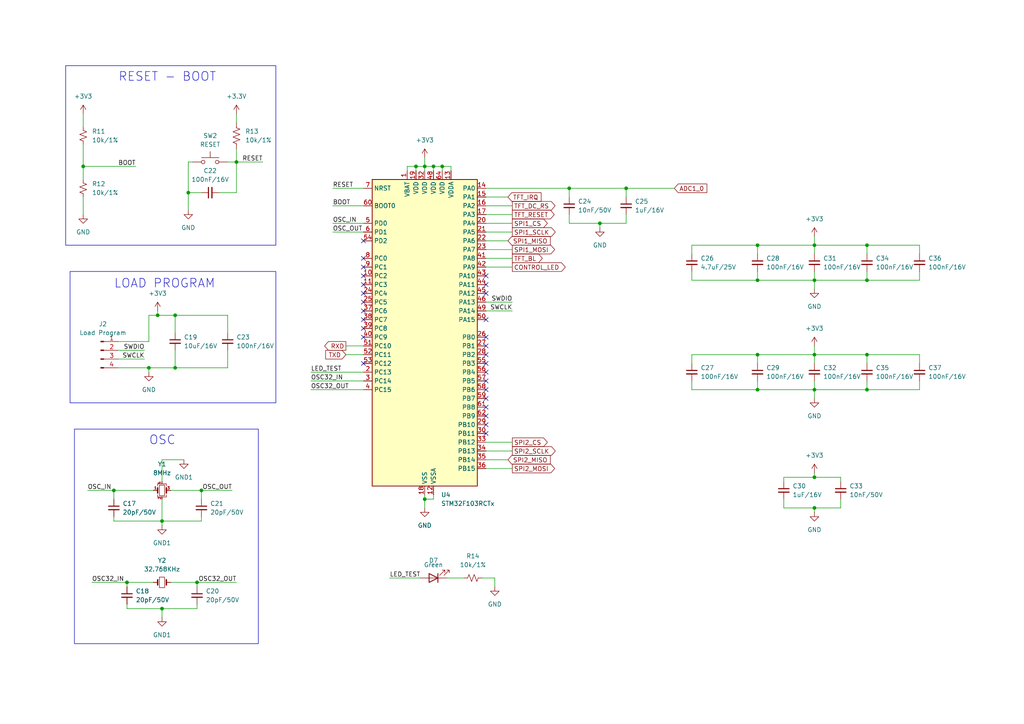
<source format=kicad_sch>
(kicad_sch (version 20230121) (generator eeschema)

  (uuid 2d704360-3e34-45e9-aa39-f5923aa15fd7)

  (paper "A4")

  (title_block
    (title "STM32")
    (date "2024-03-08")
  )

  (lib_symbols
    (symbol "Connector:Conn_01x04_Pin" (pin_names (offset 1.016) hide) (in_bom yes) (on_board yes)
      (property "Reference" "J" (at 0 5.08 0)
        (effects (font (size 1.27 1.27)))
      )
      (property "Value" "Conn_01x04_Pin" (at 0 -7.62 0)
        (effects (font (size 1.27 1.27)))
      )
      (property "Footprint" "" (at 0 0 0)
        (effects (font (size 1.27 1.27)) hide)
      )
      (property "Datasheet" "~" (at 0 0 0)
        (effects (font (size 1.27 1.27)) hide)
      )
      (property "ki_locked" "" (at 0 0 0)
        (effects (font (size 1.27 1.27)))
      )
      (property "ki_keywords" "connector" (at 0 0 0)
        (effects (font (size 1.27 1.27)) hide)
      )
      (property "ki_description" "Generic connector, single row, 01x04, script generated" (at 0 0 0)
        (effects (font (size 1.27 1.27)) hide)
      )
      (property "ki_fp_filters" "Connector*:*_1x??_*" (at 0 0 0)
        (effects (font (size 1.27 1.27)) hide)
      )
      (symbol "Conn_01x04_Pin_1_1"
        (polyline
          (pts
            (xy 1.27 -5.08)
            (xy 0.8636 -5.08)
          )
          (stroke (width 0.1524) (type default))
          (fill (type none))
        )
        (polyline
          (pts
            (xy 1.27 -2.54)
            (xy 0.8636 -2.54)
          )
          (stroke (width 0.1524) (type default))
          (fill (type none))
        )
        (polyline
          (pts
            (xy 1.27 0)
            (xy 0.8636 0)
          )
          (stroke (width 0.1524) (type default))
          (fill (type none))
        )
        (polyline
          (pts
            (xy 1.27 2.54)
            (xy 0.8636 2.54)
          )
          (stroke (width 0.1524) (type default))
          (fill (type none))
        )
        (rectangle (start 0.8636 -4.953) (end 0 -5.207)
          (stroke (width 0.1524) (type default))
          (fill (type outline))
        )
        (rectangle (start 0.8636 -2.413) (end 0 -2.667)
          (stroke (width 0.1524) (type default))
          (fill (type outline))
        )
        (rectangle (start 0.8636 0.127) (end 0 -0.127)
          (stroke (width 0.1524) (type default))
          (fill (type outline))
        )
        (rectangle (start 0.8636 2.667) (end 0 2.413)
          (stroke (width 0.1524) (type default))
          (fill (type outline))
        )
        (pin passive line (at 5.08 2.54 180) (length 3.81)
          (name "Pin_1" (effects (font (size 1.27 1.27))))
          (number "1" (effects (font (size 1.27 1.27))))
        )
        (pin passive line (at 5.08 0 180) (length 3.81)
          (name "Pin_2" (effects (font (size 1.27 1.27))))
          (number "2" (effects (font (size 1.27 1.27))))
        )
        (pin passive line (at 5.08 -2.54 180) (length 3.81)
          (name "Pin_3" (effects (font (size 1.27 1.27))))
          (number "3" (effects (font (size 1.27 1.27))))
        )
        (pin passive line (at 5.08 -5.08 180) (length 3.81)
          (name "Pin_4" (effects (font (size 1.27 1.27))))
          (number "4" (effects (font (size 1.27 1.27))))
        )
      )
    )
    (symbol "Device:C_Small" (pin_numbers hide) (pin_names (offset 0.254) hide) (in_bom yes) (on_board yes)
      (property "Reference" "C" (at 0.254 1.778 0)
        (effects (font (size 1.27 1.27)) (justify left))
      )
      (property "Value" "C_Small" (at 0.254 -2.032 0)
        (effects (font (size 1.27 1.27)) (justify left))
      )
      (property "Footprint" "" (at 0 0 0)
        (effects (font (size 1.27 1.27)) hide)
      )
      (property "Datasheet" "~" (at 0 0 0)
        (effects (font (size 1.27 1.27)) hide)
      )
      (property "ki_keywords" "capacitor cap" (at 0 0 0)
        (effects (font (size 1.27 1.27)) hide)
      )
      (property "ki_description" "Unpolarized capacitor, small symbol" (at 0 0 0)
        (effects (font (size 1.27 1.27)) hide)
      )
      (property "ki_fp_filters" "C_*" (at 0 0 0)
        (effects (font (size 1.27 1.27)) hide)
      )
      (symbol "C_Small_0_1"
        (polyline
          (pts
            (xy -1.524 -0.508)
            (xy 1.524 -0.508)
          )
          (stroke (width 0.3302) (type default))
          (fill (type none))
        )
        (polyline
          (pts
            (xy -1.524 0.508)
            (xy 1.524 0.508)
          )
          (stroke (width 0.3048) (type default))
          (fill (type none))
        )
      )
      (symbol "C_Small_1_1"
        (pin passive line (at 0 2.54 270) (length 2.032)
          (name "~" (effects (font (size 1.27 1.27))))
          (number "1" (effects (font (size 1.27 1.27))))
        )
        (pin passive line (at 0 -2.54 90) (length 2.032)
          (name "~" (effects (font (size 1.27 1.27))))
          (number "2" (effects (font (size 1.27 1.27))))
        )
      )
    )
    (symbol "Device:Crystal_GND24_Small" (pin_names (offset 1.016) hide) (in_bom yes) (on_board yes)
      (property "Reference" "Y" (at 1.27 4.445 0)
        (effects (font (size 1.27 1.27)) (justify left))
      )
      (property "Value" "Crystal_GND24_Small" (at 1.27 2.54 0)
        (effects (font (size 1.27 1.27)) (justify left))
      )
      (property "Footprint" "" (at 0 0 0)
        (effects (font (size 1.27 1.27)) hide)
      )
      (property "Datasheet" "~" (at 0 0 0)
        (effects (font (size 1.27 1.27)) hide)
      )
      (property "ki_keywords" "quartz ceramic resonator oscillator" (at 0 0 0)
        (effects (font (size 1.27 1.27)) hide)
      )
      (property "ki_description" "Four pin crystal, GND on pins 2 and 4, small symbol" (at 0 0 0)
        (effects (font (size 1.27 1.27)) hide)
      )
      (property "ki_fp_filters" "Crystal*" (at 0 0 0)
        (effects (font (size 1.27 1.27)) hide)
      )
      (symbol "Crystal_GND24_Small_0_1"
        (rectangle (start -0.762 -1.524) (end 0.762 1.524)
          (stroke (width 0) (type default))
          (fill (type none))
        )
        (polyline
          (pts
            (xy -1.27 -0.762)
            (xy -1.27 0.762)
          )
          (stroke (width 0.381) (type default))
          (fill (type none))
        )
        (polyline
          (pts
            (xy 1.27 -0.762)
            (xy 1.27 0.762)
          )
          (stroke (width 0.381) (type default))
          (fill (type none))
        )
        (polyline
          (pts
            (xy -1.27 -1.27)
            (xy -1.27 -1.905)
            (xy 1.27 -1.905)
            (xy 1.27 -1.27)
          )
          (stroke (width 0) (type default))
          (fill (type none))
        )
        (polyline
          (pts
            (xy -1.27 1.27)
            (xy -1.27 1.905)
            (xy 1.27 1.905)
            (xy 1.27 1.27)
          )
          (stroke (width 0) (type default))
          (fill (type none))
        )
      )
      (symbol "Crystal_GND24_Small_1_1"
        (pin passive line (at -2.54 0 0) (length 1.27)
          (name "1" (effects (font (size 1.27 1.27))))
          (number "1" (effects (font (size 0.762 0.762))))
        )
        (pin passive line (at 0 -2.54 90) (length 0.635)
          (name "2" (effects (font (size 1.27 1.27))))
          (number "2" (effects (font (size 0.762 0.762))))
        )
        (pin passive line (at 2.54 0 180) (length 1.27)
          (name "3" (effects (font (size 1.27 1.27))))
          (number "3" (effects (font (size 0.762 0.762))))
        )
        (pin passive line (at 0 2.54 270) (length 0.635)
          (name "4" (effects (font (size 1.27 1.27))))
          (number "4" (effects (font (size 0.762 0.762))))
        )
      )
    )
    (symbol "Device:Crystal_Small" (pin_numbers hide) (pin_names (offset 1.016) hide) (in_bom yes) (on_board yes)
      (property "Reference" "Y" (at 0 2.54 0)
        (effects (font (size 1.27 1.27)))
      )
      (property "Value" "Crystal_Small" (at 0 -2.54 0)
        (effects (font (size 1.27 1.27)))
      )
      (property "Footprint" "" (at 0 0 0)
        (effects (font (size 1.27 1.27)) hide)
      )
      (property "Datasheet" "~" (at 0 0 0)
        (effects (font (size 1.27 1.27)) hide)
      )
      (property "ki_keywords" "quartz ceramic resonator oscillator" (at 0 0 0)
        (effects (font (size 1.27 1.27)) hide)
      )
      (property "ki_description" "Two pin crystal, small symbol" (at 0 0 0)
        (effects (font (size 1.27 1.27)) hide)
      )
      (property "ki_fp_filters" "Crystal*" (at 0 0 0)
        (effects (font (size 1.27 1.27)) hide)
      )
      (symbol "Crystal_Small_0_1"
        (rectangle (start -0.762 -1.524) (end 0.762 1.524)
          (stroke (width 0) (type default))
          (fill (type none))
        )
        (polyline
          (pts
            (xy -1.27 -0.762)
            (xy -1.27 0.762)
          )
          (stroke (width 0.381) (type default))
          (fill (type none))
        )
        (polyline
          (pts
            (xy 1.27 -0.762)
            (xy 1.27 0.762)
          )
          (stroke (width 0.381) (type default))
          (fill (type none))
        )
      )
      (symbol "Crystal_Small_1_1"
        (pin passive line (at -2.54 0 0) (length 1.27)
          (name "1" (effects (font (size 1.27 1.27))))
          (number "1" (effects (font (size 1.27 1.27))))
        )
        (pin passive line (at 2.54 0 180) (length 1.27)
          (name "2" (effects (font (size 1.27 1.27))))
          (number "2" (effects (font (size 1.27 1.27))))
        )
      )
    )
    (symbol "Device:LED" (pin_numbers hide) (pin_names (offset 1.016) hide) (in_bom yes) (on_board yes)
      (property "Reference" "D" (at 0 2.54 0)
        (effects (font (size 1.27 1.27)))
      )
      (property "Value" "LED" (at 0 -2.54 0)
        (effects (font (size 1.27 1.27)))
      )
      (property "Footprint" "" (at 0 0 0)
        (effects (font (size 1.27 1.27)) hide)
      )
      (property "Datasheet" "~" (at 0 0 0)
        (effects (font (size 1.27 1.27)) hide)
      )
      (property "ki_keywords" "LED diode" (at 0 0 0)
        (effects (font (size 1.27 1.27)) hide)
      )
      (property "ki_description" "Light emitting diode" (at 0 0 0)
        (effects (font (size 1.27 1.27)) hide)
      )
      (property "ki_fp_filters" "LED* LED_SMD:* LED_THT:*" (at 0 0 0)
        (effects (font (size 1.27 1.27)) hide)
      )
      (symbol "LED_0_1"
        (polyline
          (pts
            (xy -1.27 -1.27)
            (xy -1.27 1.27)
          )
          (stroke (width 0.254) (type default))
          (fill (type none))
        )
        (polyline
          (pts
            (xy -1.27 0)
            (xy 1.27 0)
          )
          (stroke (width 0) (type default))
          (fill (type none))
        )
        (polyline
          (pts
            (xy 1.27 -1.27)
            (xy 1.27 1.27)
            (xy -1.27 0)
            (xy 1.27 -1.27)
          )
          (stroke (width 0.254) (type default))
          (fill (type none))
        )
        (polyline
          (pts
            (xy -3.048 -0.762)
            (xy -4.572 -2.286)
            (xy -3.81 -2.286)
            (xy -4.572 -2.286)
            (xy -4.572 -1.524)
          )
          (stroke (width 0) (type default))
          (fill (type none))
        )
        (polyline
          (pts
            (xy -1.778 -0.762)
            (xy -3.302 -2.286)
            (xy -2.54 -2.286)
            (xy -3.302 -2.286)
            (xy -3.302 -1.524)
          )
          (stroke (width 0) (type default))
          (fill (type none))
        )
      )
      (symbol "LED_1_1"
        (pin passive line (at -3.81 0 0) (length 2.54)
          (name "K" (effects (font (size 1.27 1.27))))
          (number "1" (effects (font (size 1.27 1.27))))
        )
        (pin passive line (at 3.81 0 180) (length 2.54)
          (name "A" (effects (font (size 1.27 1.27))))
          (number "2" (effects (font (size 1.27 1.27))))
        )
      )
    )
    (symbol "Device:R_Small_US" (pin_numbers hide) (pin_names (offset 0.254) hide) (in_bom yes) (on_board yes)
      (property "Reference" "R" (at 0.762 0.508 0)
        (effects (font (size 1.27 1.27)) (justify left))
      )
      (property "Value" "R_Small_US" (at 0.762 -1.016 0)
        (effects (font (size 1.27 1.27)) (justify left))
      )
      (property "Footprint" "" (at 0 0 0)
        (effects (font (size 1.27 1.27)) hide)
      )
      (property "Datasheet" "~" (at 0 0 0)
        (effects (font (size 1.27 1.27)) hide)
      )
      (property "ki_keywords" "r resistor" (at 0 0 0)
        (effects (font (size 1.27 1.27)) hide)
      )
      (property "ki_description" "Resistor, small US symbol" (at 0 0 0)
        (effects (font (size 1.27 1.27)) hide)
      )
      (property "ki_fp_filters" "R_*" (at 0 0 0)
        (effects (font (size 1.27 1.27)) hide)
      )
      (symbol "R_Small_US_1_1"
        (polyline
          (pts
            (xy 0 0)
            (xy 1.016 -0.381)
            (xy 0 -0.762)
            (xy -1.016 -1.143)
            (xy 0 -1.524)
          )
          (stroke (width 0) (type default))
          (fill (type none))
        )
        (polyline
          (pts
            (xy 0 1.524)
            (xy 1.016 1.143)
            (xy 0 0.762)
            (xy -1.016 0.381)
            (xy 0 0)
          )
          (stroke (width 0) (type default))
          (fill (type none))
        )
        (pin passive line (at 0 2.54 270) (length 1.016)
          (name "~" (effects (font (size 1.27 1.27))))
          (number "1" (effects (font (size 1.27 1.27))))
        )
        (pin passive line (at 0 -2.54 90) (length 1.016)
          (name "~" (effects (font (size 1.27 1.27))))
          (number "2" (effects (font (size 1.27 1.27))))
        )
      )
    )
    (symbol "Device:R_US" (pin_numbers hide) (pin_names (offset 0)) (in_bom yes) (on_board yes)
      (property "Reference" "R" (at 2.54 0 90)
        (effects (font (size 1.27 1.27)))
      )
      (property "Value" "R_US" (at -2.54 0 90)
        (effects (font (size 1.27 1.27)))
      )
      (property "Footprint" "" (at 1.016 -0.254 90)
        (effects (font (size 1.27 1.27)) hide)
      )
      (property "Datasheet" "~" (at 0 0 0)
        (effects (font (size 1.27 1.27)) hide)
      )
      (property "ki_keywords" "R res resistor" (at 0 0 0)
        (effects (font (size 1.27 1.27)) hide)
      )
      (property "ki_description" "Resistor, US symbol" (at 0 0 0)
        (effects (font (size 1.27 1.27)) hide)
      )
      (property "ki_fp_filters" "R_*" (at 0 0 0)
        (effects (font (size 1.27 1.27)) hide)
      )
      (symbol "R_US_0_1"
        (polyline
          (pts
            (xy 0 -2.286)
            (xy 0 -2.54)
          )
          (stroke (width 0) (type default))
          (fill (type none))
        )
        (polyline
          (pts
            (xy 0 2.286)
            (xy 0 2.54)
          )
          (stroke (width 0) (type default))
          (fill (type none))
        )
        (polyline
          (pts
            (xy 0 -0.762)
            (xy 1.016 -1.143)
            (xy 0 -1.524)
            (xy -1.016 -1.905)
            (xy 0 -2.286)
          )
          (stroke (width 0) (type default))
          (fill (type none))
        )
        (polyline
          (pts
            (xy 0 0.762)
            (xy 1.016 0.381)
            (xy 0 0)
            (xy -1.016 -0.381)
            (xy 0 -0.762)
          )
          (stroke (width 0) (type default))
          (fill (type none))
        )
        (polyline
          (pts
            (xy 0 2.286)
            (xy 1.016 1.905)
            (xy 0 1.524)
            (xy -1.016 1.143)
            (xy 0 0.762)
          )
          (stroke (width 0) (type default))
          (fill (type none))
        )
      )
      (symbol "R_US_1_1"
        (pin passive line (at 0 3.81 270) (length 1.27)
          (name "~" (effects (font (size 1.27 1.27))))
          (number "1" (effects (font (size 1.27 1.27))))
        )
        (pin passive line (at 0 -3.81 90) (length 1.27)
          (name "~" (effects (font (size 1.27 1.27))))
          (number "2" (effects (font (size 1.27 1.27))))
        )
      )
    )
    (symbol "MCU_ST_STM32F1:STM32F103RCTx" (in_bom yes) (on_board yes)
      (property "Reference" "U" (at -15.24 46.99 0)
        (effects (font (size 1.27 1.27)) (justify left))
      )
      (property "Value" "STM32F103RCTx" (at 10.16 46.99 0)
        (effects (font (size 1.27 1.27)) (justify left))
      )
      (property "Footprint" "Package_QFP:LQFP-64_10x10mm_P0.5mm" (at -15.24 -43.18 0)
        (effects (font (size 1.27 1.27)) (justify right) hide)
      )
      (property "Datasheet" "https://www.st.com/resource/en/datasheet/stm32f103rc.pdf" (at 0 0 0)
        (effects (font (size 1.27 1.27)) hide)
      )
      (property "ki_locked" "" (at 0 0 0)
        (effects (font (size 1.27 1.27)))
      )
      (property "ki_keywords" "Arm Cortex-M3 STM32F1 STM32F103" (at 0 0 0)
        (effects (font (size 1.27 1.27)) hide)
      )
      (property "ki_description" "STMicroelectronics Arm Cortex-M3 MCU, 256KB flash, 48KB RAM, 72 MHz, 2.0-3.6V, 51 GPIO, LQFP64" (at 0 0 0)
        (effects (font (size 1.27 1.27)) hide)
      )
      (property "ki_fp_filters" "LQFP*10x10mm*P0.5mm*" (at 0 0 0)
        (effects (font (size 1.27 1.27)) hide)
      )
      (symbol "STM32F103RCTx_0_1"
        (rectangle (start -15.24 -43.18) (end 15.24 45.72)
          (stroke (width 0.254) (type default))
          (fill (type background))
        )
      )
      (symbol "STM32F103RCTx_1_1"
        (pin power_in line (at -5.08 48.26 270) (length 2.54)
          (name "VBAT" (effects (font (size 1.27 1.27))))
          (number "1" (effects (font (size 1.27 1.27))))
        )
        (pin bidirectional line (at -17.78 17.78 0) (length 2.54)
          (name "PC2" (effects (font (size 1.27 1.27))))
          (number "10" (effects (font (size 1.27 1.27))))
          (alternate "ADC1_IN12" bidirectional line)
          (alternate "ADC2_IN12" bidirectional line)
          (alternate "ADC3_IN12" bidirectional line)
        )
        (pin bidirectional line (at -17.78 15.24 0) (length 2.54)
          (name "PC3" (effects (font (size 1.27 1.27))))
          (number "11" (effects (font (size 1.27 1.27))))
          (alternate "ADC1_IN13" bidirectional line)
          (alternate "ADC2_IN13" bidirectional line)
          (alternate "ADC3_IN13" bidirectional line)
        )
        (pin power_in line (at 2.54 -45.72 90) (length 2.54)
          (name "VSSA" (effects (font (size 1.27 1.27))))
          (number "12" (effects (font (size 1.27 1.27))))
        )
        (pin power_in line (at 7.62 48.26 270) (length 2.54)
          (name "VDDA" (effects (font (size 1.27 1.27))))
          (number "13" (effects (font (size 1.27 1.27))))
        )
        (pin bidirectional line (at 17.78 43.18 180) (length 2.54)
          (name "PA0" (effects (font (size 1.27 1.27))))
          (number "14" (effects (font (size 1.27 1.27))))
          (alternate "ADC1_IN0" bidirectional line)
          (alternate "ADC2_IN0" bidirectional line)
          (alternate "ADC3_IN0" bidirectional line)
          (alternate "SYS_WKUP" bidirectional line)
          (alternate "TIM2_CH1" bidirectional line)
          (alternate "TIM2_ETR" bidirectional line)
          (alternate "TIM5_CH1" bidirectional line)
          (alternate "TIM8_ETR" bidirectional line)
          (alternate "USART2_CTS" bidirectional line)
        )
        (pin bidirectional line (at 17.78 40.64 180) (length 2.54)
          (name "PA1" (effects (font (size 1.27 1.27))))
          (number "15" (effects (font (size 1.27 1.27))))
          (alternate "ADC1_IN1" bidirectional line)
          (alternate "ADC2_IN1" bidirectional line)
          (alternate "ADC3_IN1" bidirectional line)
          (alternate "TIM2_CH2" bidirectional line)
          (alternate "TIM5_CH2" bidirectional line)
          (alternate "USART2_RTS" bidirectional line)
        )
        (pin bidirectional line (at 17.78 38.1 180) (length 2.54)
          (name "PA2" (effects (font (size 1.27 1.27))))
          (number "16" (effects (font (size 1.27 1.27))))
          (alternate "ADC1_IN2" bidirectional line)
          (alternate "ADC2_IN2" bidirectional line)
          (alternate "ADC3_IN2" bidirectional line)
          (alternate "TIM2_CH3" bidirectional line)
          (alternate "TIM5_CH3" bidirectional line)
          (alternate "USART2_TX" bidirectional line)
        )
        (pin bidirectional line (at 17.78 35.56 180) (length 2.54)
          (name "PA3" (effects (font (size 1.27 1.27))))
          (number "17" (effects (font (size 1.27 1.27))))
          (alternate "ADC1_IN3" bidirectional line)
          (alternate "ADC2_IN3" bidirectional line)
          (alternate "ADC3_IN3" bidirectional line)
          (alternate "TIM2_CH4" bidirectional line)
          (alternate "TIM5_CH4" bidirectional line)
          (alternate "USART2_RX" bidirectional line)
        )
        (pin power_in line (at 0 -45.72 90) (length 2.54)
          (name "VSS" (effects (font (size 1.27 1.27))))
          (number "18" (effects (font (size 1.27 1.27))))
        )
        (pin power_in line (at -2.54 48.26 270) (length 2.54)
          (name "VDD" (effects (font (size 1.27 1.27))))
          (number "19" (effects (font (size 1.27 1.27))))
        )
        (pin bidirectional line (at -17.78 -10.16 0) (length 2.54)
          (name "PC13" (effects (font (size 1.27 1.27))))
          (number "2" (effects (font (size 1.27 1.27))))
          (alternate "RTC_OUT" bidirectional line)
          (alternate "RTC_TAMPER" bidirectional line)
        )
        (pin bidirectional line (at 17.78 33.02 180) (length 2.54)
          (name "PA4" (effects (font (size 1.27 1.27))))
          (number "20" (effects (font (size 1.27 1.27))))
          (alternate "ADC1_IN4" bidirectional line)
          (alternate "ADC2_IN4" bidirectional line)
          (alternate "DAC_OUT1" bidirectional line)
          (alternate "SPI1_NSS" bidirectional line)
          (alternate "USART2_CK" bidirectional line)
        )
        (pin bidirectional line (at 17.78 30.48 180) (length 2.54)
          (name "PA5" (effects (font (size 1.27 1.27))))
          (number "21" (effects (font (size 1.27 1.27))))
          (alternate "ADC1_IN5" bidirectional line)
          (alternate "ADC2_IN5" bidirectional line)
          (alternate "DAC_OUT2" bidirectional line)
          (alternate "SPI1_SCK" bidirectional line)
        )
        (pin bidirectional line (at 17.78 27.94 180) (length 2.54)
          (name "PA6" (effects (font (size 1.27 1.27))))
          (number "22" (effects (font (size 1.27 1.27))))
          (alternate "ADC1_IN6" bidirectional line)
          (alternate "ADC2_IN6" bidirectional line)
          (alternate "SPI1_MISO" bidirectional line)
          (alternate "TIM1_BKIN" bidirectional line)
          (alternate "TIM3_CH1" bidirectional line)
          (alternate "TIM8_BKIN" bidirectional line)
        )
        (pin bidirectional line (at 17.78 25.4 180) (length 2.54)
          (name "PA7" (effects (font (size 1.27 1.27))))
          (number "23" (effects (font (size 1.27 1.27))))
          (alternate "ADC1_IN7" bidirectional line)
          (alternate "ADC2_IN7" bidirectional line)
          (alternate "SPI1_MOSI" bidirectional line)
          (alternate "TIM1_CH1N" bidirectional line)
          (alternate "TIM3_CH2" bidirectional line)
          (alternate "TIM8_CH1N" bidirectional line)
        )
        (pin bidirectional line (at -17.78 12.7 0) (length 2.54)
          (name "PC4" (effects (font (size 1.27 1.27))))
          (number "24" (effects (font (size 1.27 1.27))))
          (alternate "ADC1_IN14" bidirectional line)
          (alternate "ADC2_IN14" bidirectional line)
        )
        (pin bidirectional line (at -17.78 10.16 0) (length 2.54)
          (name "PC5" (effects (font (size 1.27 1.27))))
          (number "25" (effects (font (size 1.27 1.27))))
          (alternate "ADC1_IN15" bidirectional line)
          (alternate "ADC2_IN15" bidirectional line)
        )
        (pin bidirectional line (at 17.78 0 180) (length 2.54)
          (name "PB0" (effects (font (size 1.27 1.27))))
          (number "26" (effects (font (size 1.27 1.27))))
          (alternate "ADC1_IN8" bidirectional line)
          (alternate "ADC2_IN8" bidirectional line)
          (alternate "TIM1_CH2N" bidirectional line)
          (alternate "TIM3_CH3" bidirectional line)
          (alternate "TIM8_CH2N" bidirectional line)
        )
        (pin bidirectional line (at 17.78 -2.54 180) (length 2.54)
          (name "PB1" (effects (font (size 1.27 1.27))))
          (number "27" (effects (font (size 1.27 1.27))))
          (alternate "ADC1_IN9" bidirectional line)
          (alternate "ADC2_IN9" bidirectional line)
          (alternate "TIM1_CH3N" bidirectional line)
          (alternate "TIM3_CH4" bidirectional line)
          (alternate "TIM8_CH3N" bidirectional line)
        )
        (pin bidirectional line (at 17.78 -5.08 180) (length 2.54)
          (name "PB2" (effects (font (size 1.27 1.27))))
          (number "28" (effects (font (size 1.27 1.27))))
        )
        (pin bidirectional line (at 17.78 -25.4 180) (length 2.54)
          (name "PB10" (effects (font (size 1.27 1.27))))
          (number "29" (effects (font (size 1.27 1.27))))
          (alternate "I2C2_SCL" bidirectional line)
          (alternate "TIM2_CH3" bidirectional line)
          (alternate "USART3_TX" bidirectional line)
        )
        (pin bidirectional line (at -17.78 -12.7 0) (length 2.54)
          (name "PC14" (effects (font (size 1.27 1.27))))
          (number "3" (effects (font (size 1.27 1.27))))
          (alternate "RCC_OSC32_IN" bidirectional line)
        )
        (pin bidirectional line (at 17.78 -27.94 180) (length 2.54)
          (name "PB11" (effects (font (size 1.27 1.27))))
          (number "30" (effects (font (size 1.27 1.27))))
          (alternate "ADC1_EXTI11" bidirectional line)
          (alternate "ADC2_EXTI11" bidirectional line)
          (alternate "I2C2_SDA" bidirectional line)
          (alternate "TIM2_CH4" bidirectional line)
          (alternate "USART3_RX" bidirectional line)
        )
        (pin passive line (at 0 -45.72 90) (length 2.54) hide
          (name "VSS" (effects (font (size 1.27 1.27))))
          (number "31" (effects (font (size 1.27 1.27))))
        )
        (pin power_in line (at 0 48.26 270) (length 2.54)
          (name "VDD" (effects (font (size 1.27 1.27))))
          (number "32" (effects (font (size 1.27 1.27))))
        )
        (pin bidirectional line (at 17.78 -30.48 180) (length 2.54)
          (name "PB12" (effects (font (size 1.27 1.27))))
          (number "33" (effects (font (size 1.27 1.27))))
          (alternate "I2C2_SMBA" bidirectional line)
          (alternate "I2S2_WS" bidirectional line)
          (alternate "SPI2_NSS" bidirectional line)
          (alternate "TIM1_BKIN" bidirectional line)
          (alternate "USART3_CK" bidirectional line)
        )
        (pin bidirectional line (at 17.78 -33.02 180) (length 2.54)
          (name "PB13" (effects (font (size 1.27 1.27))))
          (number "34" (effects (font (size 1.27 1.27))))
          (alternate "I2S2_CK" bidirectional line)
          (alternate "SPI2_SCK" bidirectional line)
          (alternate "TIM1_CH1N" bidirectional line)
          (alternate "USART3_CTS" bidirectional line)
        )
        (pin bidirectional line (at 17.78 -35.56 180) (length 2.54)
          (name "PB14" (effects (font (size 1.27 1.27))))
          (number "35" (effects (font (size 1.27 1.27))))
          (alternate "SPI2_MISO" bidirectional line)
          (alternate "TIM1_CH2N" bidirectional line)
          (alternate "USART3_RTS" bidirectional line)
        )
        (pin bidirectional line (at 17.78 -38.1 180) (length 2.54)
          (name "PB15" (effects (font (size 1.27 1.27))))
          (number "36" (effects (font (size 1.27 1.27))))
          (alternate "ADC1_EXTI15" bidirectional line)
          (alternate "ADC2_EXTI15" bidirectional line)
          (alternate "I2S2_SD" bidirectional line)
          (alternate "SPI2_MOSI" bidirectional line)
          (alternate "TIM1_CH3N" bidirectional line)
        )
        (pin bidirectional line (at -17.78 7.62 0) (length 2.54)
          (name "PC6" (effects (font (size 1.27 1.27))))
          (number "37" (effects (font (size 1.27 1.27))))
          (alternate "I2S2_MCK" bidirectional line)
          (alternate "SDIO_D6" bidirectional line)
          (alternate "TIM3_CH1" bidirectional line)
          (alternate "TIM8_CH1" bidirectional line)
        )
        (pin bidirectional line (at -17.78 5.08 0) (length 2.54)
          (name "PC7" (effects (font (size 1.27 1.27))))
          (number "38" (effects (font (size 1.27 1.27))))
          (alternate "I2S3_MCK" bidirectional line)
          (alternate "SDIO_D7" bidirectional line)
          (alternate "TIM3_CH2" bidirectional line)
          (alternate "TIM8_CH2" bidirectional line)
        )
        (pin bidirectional line (at -17.78 2.54 0) (length 2.54)
          (name "PC8" (effects (font (size 1.27 1.27))))
          (number "39" (effects (font (size 1.27 1.27))))
          (alternate "SDIO_D0" bidirectional line)
          (alternate "TIM3_CH3" bidirectional line)
          (alternate "TIM8_CH3" bidirectional line)
        )
        (pin bidirectional line (at -17.78 -15.24 0) (length 2.54)
          (name "PC15" (effects (font (size 1.27 1.27))))
          (number "4" (effects (font (size 1.27 1.27))))
          (alternate "ADC1_EXTI15" bidirectional line)
          (alternate "ADC2_EXTI15" bidirectional line)
          (alternate "RCC_OSC32_OUT" bidirectional line)
        )
        (pin bidirectional line (at -17.78 0 0) (length 2.54)
          (name "PC9" (effects (font (size 1.27 1.27))))
          (number "40" (effects (font (size 1.27 1.27))))
          (alternate "DAC_EXTI9" bidirectional line)
          (alternate "SDIO_D1" bidirectional line)
          (alternate "TIM3_CH4" bidirectional line)
          (alternate "TIM8_CH4" bidirectional line)
        )
        (pin bidirectional line (at 17.78 22.86 180) (length 2.54)
          (name "PA8" (effects (font (size 1.27 1.27))))
          (number "41" (effects (font (size 1.27 1.27))))
          (alternate "RCC_MCO" bidirectional line)
          (alternate "TIM1_CH1" bidirectional line)
          (alternate "USART1_CK" bidirectional line)
        )
        (pin bidirectional line (at 17.78 20.32 180) (length 2.54)
          (name "PA9" (effects (font (size 1.27 1.27))))
          (number "42" (effects (font (size 1.27 1.27))))
          (alternate "DAC_EXTI9" bidirectional line)
          (alternate "TIM1_CH2" bidirectional line)
          (alternate "USART1_TX" bidirectional line)
        )
        (pin bidirectional line (at 17.78 17.78 180) (length 2.54)
          (name "PA10" (effects (font (size 1.27 1.27))))
          (number "43" (effects (font (size 1.27 1.27))))
          (alternate "TIM1_CH3" bidirectional line)
          (alternate "USART1_RX" bidirectional line)
        )
        (pin bidirectional line (at 17.78 15.24 180) (length 2.54)
          (name "PA11" (effects (font (size 1.27 1.27))))
          (number "44" (effects (font (size 1.27 1.27))))
          (alternate "ADC1_EXTI11" bidirectional line)
          (alternate "ADC2_EXTI11" bidirectional line)
          (alternate "CAN_RX" bidirectional line)
          (alternate "TIM1_CH4" bidirectional line)
          (alternate "USART1_CTS" bidirectional line)
          (alternate "USB_DM" bidirectional line)
        )
        (pin bidirectional line (at 17.78 12.7 180) (length 2.54)
          (name "PA12" (effects (font (size 1.27 1.27))))
          (number "45" (effects (font (size 1.27 1.27))))
          (alternate "CAN_TX" bidirectional line)
          (alternate "TIM1_ETR" bidirectional line)
          (alternate "USART1_RTS" bidirectional line)
          (alternate "USB_DP" bidirectional line)
        )
        (pin bidirectional line (at 17.78 10.16 180) (length 2.54)
          (name "PA13" (effects (font (size 1.27 1.27))))
          (number "46" (effects (font (size 1.27 1.27))))
          (alternate "SYS_JTMS-SWDIO" bidirectional line)
        )
        (pin passive line (at 0 -45.72 90) (length 2.54) hide
          (name "VSS" (effects (font (size 1.27 1.27))))
          (number "47" (effects (font (size 1.27 1.27))))
        )
        (pin power_in line (at 2.54 48.26 270) (length 2.54)
          (name "VDD" (effects (font (size 1.27 1.27))))
          (number "48" (effects (font (size 1.27 1.27))))
        )
        (pin bidirectional line (at 17.78 7.62 180) (length 2.54)
          (name "PA14" (effects (font (size 1.27 1.27))))
          (number "49" (effects (font (size 1.27 1.27))))
          (alternate "SYS_JTCK-SWCLK" bidirectional line)
        )
        (pin bidirectional line (at -17.78 33.02 0) (length 2.54)
          (name "PD0" (effects (font (size 1.27 1.27))))
          (number "5" (effects (font (size 1.27 1.27))))
          (alternate "RCC_OSC_IN" bidirectional line)
        )
        (pin bidirectional line (at 17.78 5.08 180) (length 2.54)
          (name "PA15" (effects (font (size 1.27 1.27))))
          (number "50" (effects (font (size 1.27 1.27))))
          (alternate "ADC1_EXTI15" bidirectional line)
          (alternate "ADC2_EXTI15" bidirectional line)
          (alternate "I2S3_WS" bidirectional line)
          (alternate "SPI1_NSS" bidirectional line)
          (alternate "SPI3_NSS" bidirectional line)
          (alternate "SYS_JTDI" bidirectional line)
          (alternate "TIM2_CH1" bidirectional line)
          (alternate "TIM2_ETR" bidirectional line)
        )
        (pin bidirectional line (at -17.78 -2.54 0) (length 2.54)
          (name "PC10" (effects (font (size 1.27 1.27))))
          (number "51" (effects (font (size 1.27 1.27))))
          (alternate "SDIO_D2" bidirectional line)
          (alternate "UART4_TX" bidirectional line)
          (alternate "USART3_TX" bidirectional line)
        )
        (pin bidirectional line (at -17.78 -5.08 0) (length 2.54)
          (name "PC11" (effects (font (size 1.27 1.27))))
          (number "52" (effects (font (size 1.27 1.27))))
          (alternate "ADC1_EXTI11" bidirectional line)
          (alternate "ADC2_EXTI11" bidirectional line)
          (alternate "SDIO_D3" bidirectional line)
          (alternate "UART4_RX" bidirectional line)
          (alternate "USART3_RX" bidirectional line)
        )
        (pin bidirectional line (at -17.78 -7.62 0) (length 2.54)
          (name "PC12" (effects (font (size 1.27 1.27))))
          (number "53" (effects (font (size 1.27 1.27))))
          (alternate "SDIO_CK" bidirectional line)
          (alternate "UART5_TX" bidirectional line)
          (alternate "USART3_CK" bidirectional line)
        )
        (pin bidirectional line (at -17.78 27.94 0) (length 2.54)
          (name "PD2" (effects (font (size 1.27 1.27))))
          (number "54" (effects (font (size 1.27 1.27))))
          (alternate "SDIO_CMD" bidirectional line)
          (alternate "TIM3_ETR" bidirectional line)
          (alternate "UART5_RX" bidirectional line)
        )
        (pin bidirectional line (at 17.78 -7.62 180) (length 2.54)
          (name "PB3" (effects (font (size 1.27 1.27))))
          (number "55" (effects (font (size 1.27 1.27))))
          (alternate "I2S3_CK" bidirectional line)
          (alternate "SPI1_SCK" bidirectional line)
          (alternate "SPI3_SCK" bidirectional line)
          (alternate "SYS_JTDO-TRACESWO" bidirectional line)
          (alternate "TIM2_CH2" bidirectional line)
        )
        (pin bidirectional line (at 17.78 -10.16 180) (length 2.54)
          (name "PB4" (effects (font (size 1.27 1.27))))
          (number "56" (effects (font (size 1.27 1.27))))
          (alternate "SPI1_MISO" bidirectional line)
          (alternate "SPI3_MISO" bidirectional line)
          (alternate "SYS_NJTRST" bidirectional line)
          (alternate "TIM3_CH1" bidirectional line)
        )
        (pin bidirectional line (at 17.78 -12.7 180) (length 2.54)
          (name "PB5" (effects (font (size 1.27 1.27))))
          (number "57" (effects (font (size 1.27 1.27))))
          (alternate "I2C1_SMBA" bidirectional line)
          (alternate "I2S3_SD" bidirectional line)
          (alternate "SPI1_MOSI" bidirectional line)
          (alternate "SPI3_MOSI" bidirectional line)
          (alternate "TIM3_CH2" bidirectional line)
        )
        (pin bidirectional line (at 17.78 -15.24 180) (length 2.54)
          (name "PB6" (effects (font (size 1.27 1.27))))
          (number "58" (effects (font (size 1.27 1.27))))
          (alternate "I2C1_SCL" bidirectional line)
          (alternate "TIM4_CH1" bidirectional line)
          (alternate "USART1_TX" bidirectional line)
        )
        (pin bidirectional line (at 17.78 -17.78 180) (length 2.54)
          (name "PB7" (effects (font (size 1.27 1.27))))
          (number "59" (effects (font (size 1.27 1.27))))
          (alternate "I2C1_SDA" bidirectional line)
          (alternate "TIM4_CH2" bidirectional line)
          (alternate "USART1_RX" bidirectional line)
        )
        (pin bidirectional line (at -17.78 30.48 0) (length 2.54)
          (name "PD1" (effects (font (size 1.27 1.27))))
          (number "6" (effects (font (size 1.27 1.27))))
          (alternate "RCC_OSC_OUT" bidirectional line)
        )
        (pin input line (at -17.78 38.1 0) (length 2.54)
          (name "BOOT0" (effects (font (size 1.27 1.27))))
          (number "60" (effects (font (size 1.27 1.27))))
        )
        (pin bidirectional line (at 17.78 -20.32 180) (length 2.54)
          (name "PB8" (effects (font (size 1.27 1.27))))
          (number "61" (effects (font (size 1.27 1.27))))
          (alternate "CAN_RX" bidirectional line)
          (alternate "I2C1_SCL" bidirectional line)
          (alternate "SDIO_D4" bidirectional line)
          (alternate "TIM4_CH3" bidirectional line)
        )
        (pin bidirectional line (at 17.78 -22.86 180) (length 2.54)
          (name "PB9" (effects (font (size 1.27 1.27))))
          (number "62" (effects (font (size 1.27 1.27))))
          (alternate "CAN_TX" bidirectional line)
          (alternate "DAC_EXTI9" bidirectional line)
          (alternate "I2C1_SDA" bidirectional line)
          (alternate "SDIO_D5" bidirectional line)
          (alternate "TIM4_CH4" bidirectional line)
        )
        (pin passive line (at 0 -45.72 90) (length 2.54) hide
          (name "VSS" (effects (font (size 1.27 1.27))))
          (number "63" (effects (font (size 1.27 1.27))))
        )
        (pin power_in line (at 5.08 48.26 270) (length 2.54)
          (name "VDD" (effects (font (size 1.27 1.27))))
          (number "64" (effects (font (size 1.27 1.27))))
        )
        (pin input line (at -17.78 43.18 0) (length 2.54)
          (name "NRST" (effects (font (size 1.27 1.27))))
          (number "7" (effects (font (size 1.27 1.27))))
        )
        (pin bidirectional line (at -17.78 22.86 0) (length 2.54)
          (name "PC0" (effects (font (size 1.27 1.27))))
          (number "8" (effects (font (size 1.27 1.27))))
          (alternate "ADC1_IN10" bidirectional line)
          (alternate "ADC2_IN10" bidirectional line)
          (alternate "ADC3_IN10" bidirectional line)
        )
        (pin bidirectional line (at -17.78 20.32 0) (length 2.54)
          (name "PC1" (effects (font (size 1.27 1.27))))
          (number "9" (effects (font (size 1.27 1.27))))
          (alternate "ADC1_IN11" bidirectional line)
          (alternate "ADC2_IN11" bidirectional line)
          (alternate "ADC3_IN11" bidirectional line)
        )
      )
    )
    (symbol "Switch:SW_Push" (pin_numbers hide) (pin_names (offset 1.016) hide) (in_bom yes) (on_board yes)
      (property "Reference" "SW" (at 1.27 2.54 0)
        (effects (font (size 1.27 1.27)) (justify left))
      )
      (property "Value" "SW_Push" (at 0 -1.524 0)
        (effects (font (size 1.27 1.27)))
      )
      (property "Footprint" "" (at 0 5.08 0)
        (effects (font (size 1.27 1.27)) hide)
      )
      (property "Datasheet" "~" (at 0 5.08 0)
        (effects (font (size 1.27 1.27)) hide)
      )
      (property "ki_keywords" "switch normally-open pushbutton push-button" (at 0 0 0)
        (effects (font (size 1.27 1.27)) hide)
      )
      (property "ki_description" "Push button switch, generic, two pins" (at 0 0 0)
        (effects (font (size 1.27 1.27)) hide)
      )
      (symbol "SW_Push_0_1"
        (circle (center -2.032 0) (radius 0.508)
          (stroke (width 0) (type default))
          (fill (type none))
        )
        (polyline
          (pts
            (xy 0 1.27)
            (xy 0 3.048)
          )
          (stroke (width 0) (type default))
          (fill (type none))
        )
        (polyline
          (pts
            (xy 2.54 1.27)
            (xy -2.54 1.27)
          )
          (stroke (width 0) (type default))
          (fill (type none))
        )
        (circle (center 2.032 0) (radius 0.508)
          (stroke (width 0) (type default))
          (fill (type none))
        )
        (pin passive line (at -5.08 0 0) (length 2.54)
          (name "1" (effects (font (size 1.27 1.27))))
          (number "1" (effects (font (size 1.27 1.27))))
        )
        (pin passive line (at 5.08 0 180) (length 2.54)
          (name "2" (effects (font (size 1.27 1.27))))
          (number "2" (effects (font (size 1.27 1.27))))
        )
      )
    )
    (symbol "power:+3.3V" (power) (pin_names (offset 0)) (in_bom yes) (on_board yes)
      (property "Reference" "#PWR" (at 0 -3.81 0)
        (effects (font (size 1.27 1.27)) hide)
      )
      (property "Value" "+3.3V" (at 0 3.556 0)
        (effects (font (size 1.27 1.27)))
      )
      (property "Footprint" "" (at 0 0 0)
        (effects (font (size 1.27 1.27)) hide)
      )
      (property "Datasheet" "" (at 0 0 0)
        (effects (font (size 1.27 1.27)) hide)
      )
      (property "ki_keywords" "global power" (at 0 0 0)
        (effects (font (size 1.27 1.27)) hide)
      )
      (property "ki_description" "Power symbol creates a global label with name \"+3.3V\"" (at 0 0 0)
        (effects (font (size 1.27 1.27)) hide)
      )
      (symbol "+3.3V_0_1"
        (polyline
          (pts
            (xy -0.762 1.27)
            (xy 0 2.54)
          )
          (stroke (width 0) (type default))
          (fill (type none))
        )
        (polyline
          (pts
            (xy 0 0)
            (xy 0 2.54)
          )
          (stroke (width 0) (type default))
          (fill (type none))
        )
        (polyline
          (pts
            (xy 0 2.54)
            (xy 0.762 1.27)
          )
          (stroke (width 0) (type default))
          (fill (type none))
        )
      )
      (symbol "+3.3V_1_1"
        (pin power_in line (at 0 0 90) (length 0) hide
          (name "+3.3V" (effects (font (size 1.27 1.27))))
          (number "1" (effects (font (size 1.27 1.27))))
        )
      )
    )
    (symbol "power:+3V3" (power) (pin_names (offset 0)) (in_bom yes) (on_board yes)
      (property "Reference" "#PWR" (at 0 -3.81 0)
        (effects (font (size 1.27 1.27)) hide)
      )
      (property "Value" "+3V3" (at 0 3.556 0)
        (effects (font (size 1.27 1.27)))
      )
      (property "Footprint" "" (at 0 0 0)
        (effects (font (size 1.27 1.27)) hide)
      )
      (property "Datasheet" "" (at 0 0 0)
        (effects (font (size 1.27 1.27)) hide)
      )
      (property "ki_keywords" "global power" (at 0 0 0)
        (effects (font (size 1.27 1.27)) hide)
      )
      (property "ki_description" "Power symbol creates a global label with name \"+3V3\"" (at 0 0 0)
        (effects (font (size 1.27 1.27)) hide)
      )
      (symbol "+3V3_0_1"
        (polyline
          (pts
            (xy -0.762 1.27)
            (xy 0 2.54)
          )
          (stroke (width 0) (type default))
          (fill (type none))
        )
        (polyline
          (pts
            (xy 0 0)
            (xy 0 2.54)
          )
          (stroke (width 0) (type default))
          (fill (type none))
        )
        (polyline
          (pts
            (xy 0 2.54)
            (xy 0.762 1.27)
          )
          (stroke (width 0) (type default))
          (fill (type none))
        )
      )
      (symbol "+3V3_1_1"
        (pin power_in line (at 0 0 90) (length 0) hide
          (name "+3V3" (effects (font (size 1.27 1.27))))
          (number "1" (effects (font (size 1.27 1.27))))
        )
      )
    )
    (symbol "power:GND" (power) (pin_names (offset 0)) (in_bom yes) (on_board yes)
      (property "Reference" "#PWR" (at 0 -6.35 0)
        (effects (font (size 1.27 1.27)) hide)
      )
      (property "Value" "GND" (at 0 -3.81 0)
        (effects (font (size 1.27 1.27)))
      )
      (property "Footprint" "" (at 0 0 0)
        (effects (font (size 1.27 1.27)) hide)
      )
      (property "Datasheet" "" (at 0 0 0)
        (effects (font (size 1.27 1.27)) hide)
      )
      (property "ki_keywords" "global power" (at 0 0 0)
        (effects (font (size 1.27 1.27)) hide)
      )
      (property "ki_description" "Power symbol creates a global label with name \"GND\" , ground" (at 0 0 0)
        (effects (font (size 1.27 1.27)) hide)
      )
      (symbol "GND_0_1"
        (polyline
          (pts
            (xy 0 0)
            (xy 0 -1.27)
            (xy 1.27 -1.27)
            (xy 0 -2.54)
            (xy -1.27 -1.27)
            (xy 0 -1.27)
          )
          (stroke (width 0) (type default))
          (fill (type none))
        )
      )
      (symbol "GND_1_1"
        (pin power_in line (at 0 0 270) (length 0) hide
          (name "GND" (effects (font (size 1.27 1.27))))
          (number "1" (effects (font (size 1.27 1.27))))
        )
      )
    )
    (symbol "power:GND1" (power) (pin_names (offset 0)) (in_bom yes) (on_board yes)
      (property "Reference" "#PWR" (at 0 -6.35 0)
        (effects (font (size 1.27 1.27)) hide)
      )
      (property "Value" "GND1" (at 0 -3.81 0)
        (effects (font (size 1.27 1.27)))
      )
      (property "Footprint" "" (at 0 0 0)
        (effects (font (size 1.27 1.27)) hide)
      )
      (property "Datasheet" "" (at 0 0 0)
        (effects (font (size 1.27 1.27)) hide)
      )
      (property "ki_keywords" "global power" (at 0 0 0)
        (effects (font (size 1.27 1.27)) hide)
      )
      (property "ki_description" "Power symbol creates a global label with name \"GND1\" , ground" (at 0 0 0)
        (effects (font (size 1.27 1.27)) hide)
      )
      (symbol "GND1_0_1"
        (polyline
          (pts
            (xy 0 0)
            (xy 0 -1.27)
            (xy 1.27 -1.27)
            (xy 0 -2.54)
            (xy -1.27 -1.27)
            (xy 0 -1.27)
          )
          (stroke (width 0) (type default))
          (fill (type none))
        )
      )
      (symbol "GND1_1_1"
        (pin power_in line (at 0 0 270) (length 0) hide
          (name "GND1" (effects (font (size 1.27 1.27))))
          (number "1" (effects (font (size 1.27 1.27))))
        )
      )
    )
  )

  (junction (at 251.46 102.87) (diameter 0) (color 0 0 0 0)
    (uuid 0112cdda-e7b0-4245-a102-1e78e79ce09b)
  )
  (junction (at 219.71 71.12) (diameter 0) (color 0 0 0 0)
    (uuid 05c601a9-2c72-4ff7-a1d3-ba19618cb451)
  )
  (junction (at 251.46 71.12) (diameter 0) (color 0 0 0 0)
    (uuid 1ef1e012-aed9-4e15-82fc-e458ff04f560)
  )
  (junction (at 58.42 142.24) (diameter 0) (color 0 0 0 0)
    (uuid 255e81b7-46c8-4a3d-9901-d6090c518b8a)
  )
  (junction (at 43.18 106.68) (diameter 0) (color 0 0 0 0)
    (uuid 31905e78-5e51-4a2d-ae2a-173087282de1)
  )
  (junction (at 219.71 102.87) (diameter 0) (color 0 0 0 0)
    (uuid 3265529f-3e14-49cf-a995-37832ea1ec28)
  )
  (junction (at 128.27 48.26) (diameter 0) (color 0 0 0 0)
    (uuid 3763a47a-9a37-47cd-a9b8-b050dc5b62ee)
  )
  (junction (at 236.22 71.12) (diameter 0) (color 0 0 0 0)
    (uuid 37a0ec10-a3e5-437e-bce6-8c887a235bed)
  )
  (junction (at 123.19 48.26) (diameter 0) (color 0 0 0 0)
    (uuid 4440ee75-ac21-4d62-b2f0-830f06b4c12b)
  )
  (junction (at 46.99 151.13) (diameter 0) (color 0 0 0 0)
    (uuid 44f7bc61-d82e-4537-b874-5e1e7f9b30aa)
  )
  (junction (at 165.1 54.61) (diameter 0) (color 0 0 0 0)
    (uuid 59046622-c8b8-4d1c-9dad-65b0b6bf6f33)
  )
  (junction (at 46.99 176.53) (diameter 0) (color 0 0 0 0)
    (uuid 5944e787-d39a-49e5-9aaa-102e466e870e)
  )
  (junction (at 68.58 46.99) (diameter 0) (color 0 0 0 0)
    (uuid 59c310b1-3ab6-4b9b-87ef-370c33744d2e)
  )
  (junction (at 236.22 113.03) (diameter 0) (color 0 0 0 0)
    (uuid 61ebb787-5585-4aa3-913a-009b9e58b874)
  )
  (junction (at 125.73 48.26) (diameter 0) (color 0 0 0 0)
    (uuid 6d165b6b-d3e5-4144-94d1-dad5ea9067dc)
  )
  (junction (at 236.22 102.87) (diameter 0) (color 0 0 0 0)
    (uuid 6e04e5bb-9b6e-4007-ba83-87489f91853e)
  )
  (junction (at 36.83 168.91) (diameter 0) (color 0 0 0 0)
    (uuid 773cb4ef-a545-498f-bfe8-22c3c3198c2b)
  )
  (junction (at 54.61 55.88) (diameter 0) (color 0 0 0 0)
    (uuid 8dc194a9-5d4a-4486-bb99-b37cbae7db8c)
  )
  (junction (at 24.13 48.26) (diameter 0) (color 0 0 0 0)
    (uuid 9a68719f-953f-407a-ba99-3fb37f0d2867)
  )
  (junction (at 236.22 147.32) (diameter 0) (color 0 0 0 0)
    (uuid a5e79c8a-8a15-4bfa-80df-701271cadda1)
  )
  (junction (at 33.02 142.24) (diameter 0) (color 0 0 0 0)
    (uuid ad2060c8-2392-484d-a066-21bcdb8791b5)
  )
  (junction (at 123.19 144.78) (diameter 0) (color 0 0 0 0)
    (uuid adbb2dbd-4807-4fb0-b7ab-af671ff22039)
  )
  (junction (at 45.72 91.44) (diameter 0) (color 0 0 0 0)
    (uuid adf7e56c-0284-45e6-9d28-c36743ddeed6)
  )
  (junction (at 236.22 81.28) (diameter 0) (color 0 0 0 0)
    (uuid af3e1ef8-8d73-4942-9e7c-5c3daefb4708)
  )
  (junction (at 236.22 138.43) (diameter 0) (color 0 0 0 0)
    (uuid b8859da0-41ea-4c76-ad23-e7ab968d5370)
  )
  (junction (at 173.99 64.77) (diameter 0) (color 0 0 0 0)
    (uuid b95a370d-c89a-42ac-8f5e-3e9191c1310d)
  )
  (junction (at 251.46 81.28) (diameter 0) (color 0 0 0 0)
    (uuid c371b6ed-d872-4140-9637-37716b78a7f9)
  )
  (junction (at 57.15 168.91) (diameter 0) (color 0 0 0 0)
    (uuid d0360240-a981-4f01-8dce-0ac737739836)
  )
  (junction (at 251.46 113.03) (diameter 0) (color 0 0 0 0)
    (uuid d5aaba4e-8094-491a-9663-9c945f980c3a)
  )
  (junction (at 219.71 81.28) (diameter 0) (color 0 0 0 0)
    (uuid d6869917-eb39-4bce-8e82-19aeff468835)
  )
  (junction (at 50.8 106.68) (diameter 0) (color 0 0 0 0)
    (uuid df6225d6-a370-472a-bb32-6d42426fe9d2)
  )
  (junction (at 50.8 91.44) (diameter 0) (color 0 0 0 0)
    (uuid e735e0be-c10a-4274-8b44-bc5446160f7a)
  )
  (junction (at 219.71 113.03) (diameter 0) (color 0 0 0 0)
    (uuid e7367c1f-6874-42d6-a26b-235f25879e7d)
  )
  (junction (at 120.65 48.26) (diameter 0) (color 0 0 0 0)
    (uuid e8993664-d4c6-4c5a-a72b-e479cc9f8770)
  )
  (junction (at 181.61 54.61) (diameter 0) (color 0 0 0 0)
    (uuid f7c6166e-d284-4bb9-afc9-d75e835e1957)
  )

  (no_connect (at 105.41 87.63) (uuid 0d35db12-8101-47fa-8c2f-bcc6218ea11d))
  (no_connect (at 140.97 118.11) (uuid 147a70f3-20c7-4253-8837-11fc1943f372))
  (no_connect (at 140.97 100.33) (uuid 1925e5f4-1082-47d3-a6a5-d77614abdd39))
  (no_connect (at 140.97 125.73) (uuid 19c2b322-96ee-4495-847c-7cf90525fb49))
  (no_connect (at 140.97 92.71) (uuid 1d05d893-b926-432f-aaab-592d802b092b))
  (no_connect (at 140.97 105.41) (uuid 1e5990f4-98bb-434f-8d3b-c302da66530e))
  (no_connect (at 140.97 102.87) (uuid 3943cc05-27b1-4004-9566-7e2bc5a8e705))
  (no_connect (at 105.41 95.25) (uuid 3e2351b1-b103-47e6-8e31-6bdd073e03e1))
  (no_connect (at 140.97 107.95) (uuid 3e7f4aea-5add-42a5-95c1-6fd768848347))
  (no_connect (at 105.41 77.47) (uuid 3f11b152-c3c8-4257-811d-53c11ed0aa5b))
  (no_connect (at 140.97 82.55) (uuid 53902c93-1ea3-4e4b-99bf-3eff7f86cc5b))
  (no_connect (at 140.97 115.57) (uuid 5bdec228-fbdd-41d7-9bd8-e27887702179))
  (no_connect (at 105.41 80.01) (uuid 6693e7a8-4b7a-4a7e-8805-b95c062474c3))
  (no_connect (at 105.41 82.55) (uuid 71c158cd-cfb5-4ca5-8b41-32d3a4091de0))
  (no_connect (at 105.41 85.09) (uuid 78d1340e-2b46-4593-a4a5-4b475e231331))
  (no_connect (at 105.41 92.71) (uuid 88e7c56c-28c7-485e-993b-6d2d98991322))
  (no_connect (at 105.41 97.79) (uuid 91408e7b-e182-4f30-9dee-4b5885856b7c))
  (no_connect (at 140.97 110.49) (uuid a2dab0f8-8f19-46b1-82f0-bd1982381675))
  (no_connect (at 105.41 74.93) (uuid a89279dd-b1d3-4bcc-9ba3-8d7f4830bfdd))
  (no_connect (at 140.97 97.79) (uuid aea2c24f-1fd7-416c-911b-c5347d4dc4aa))
  (no_connect (at 105.41 105.41) (uuid b5231f9d-597a-4c8f-878a-c608ad18ac91))
  (no_connect (at 140.97 85.09) (uuid c100fce8-be66-4a99-a1e0-43734cf1f834))
  (no_connect (at 140.97 113.03) (uuid cc528ef6-c9c0-4e67-bf29-b37584ef982c))
  (no_connect (at 105.41 90.17) (uuid e3626d05-7ac4-4faf-b240-04acc981d0e8))
  (no_connect (at 140.97 80.01) (uuid eb2e0d50-36ae-4423-983d-a1af207bf558))
  (no_connect (at 140.97 120.65) (uuid f49d44db-d006-4a98-9bac-221b2534c334))
  (no_connect (at 140.97 123.19) (uuid f4a07b1e-66c3-4230-a8a2-d3a714a66245))
  (no_connect (at 105.41 69.85) (uuid f5e44657-dc2d-4abd-882b-8f0bae8c1ca8))

  (wire (pts (xy 100.33 100.33) (xy 105.41 100.33))
    (stroke (width 0) (type default))
    (uuid 00ad31b1-0877-43d4-80f5-5994c0445002)
  )
  (wire (pts (xy 58.42 142.24) (xy 58.42 144.78))
    (stroke (width 0) (type default))
    (uuid 021f7537-fa84-4789-9c90-013220cf0b1f)
  )
  (wire (pts (xy 147.32 57.15) (xy 140.97 57.15))
    (stroke (width 0) (type default))
    (uuid 0307aa3a-ee27-4e57-95b7-8e20ef573aa6)
  )
  (wire (pts (xy 266.7 81.28) (xy 266.7 78.74))
    (stroke (width 0) (type default))
    (uuid 03b48d1b-4c45-4449-821e-4c64da42e498)
  )
  (wire (pts (xy 34.29 101.6) (xy 41.91 101.6))
    (stroke (width 0) (type default))
    (uuid 0401d237-a855-4c1d-a6c0-502e36f0acb6)
  )
  (wire (pts (xy 46.99 176.53) (xy 46.99 179.07))
    (stroke (width 0) (type default))
    (uuid 042de774-c06c-4c2d-a3c7-e7edd6b8e289)
  )
  (wire (pts (xy 148.59 128.27) (xy 140.97 128.27))
    (stroke (width 0) (type default))
    (uuid 04397db4-eda2-4146-89c5-db6b65029792)
  )
  (wire (pts (xy 33.02 149.86) (xy 33.02 151.13))
    (stroke (width 0) (type default))
    (uuid 04656d0f-8b3d-40e2-a09f-9a1ee4a5a0bc)
  )
  (wire (pts (xy 43.18 91.44) (xy 45.72 91.44))
    (stroke (width 0) (type default))
    (uuid 052de6ee-35b4-47f2-8c3e-63489ac45a72)
  )
  (wire (pts (xy 165.1 54.61) (xy 165.1 57.15))
    (stroke (width 0) (type default))
    (uuid 08231997-e86c-4022-b912-781357116d3a)
  )
  (wire (pts (xy 96.52 64.77) (xy 105.41 64.77))
    (stroke (width 0) (type default))
    (uuid 0918aa3c-97db-4c07-a0ee-ca14cfde07e1)
  )
  (wire (pts (xy 49.53 168.91) (xy 57.15 168.91))
    (stroke (width 0) (type default))
    (uuid 09ed3006-5b98-4936-be9d-bb40abe0f962)
  )
  (wire (pts (xy 57.15 168.91) (xy 57.15 170.18))
    (stroke (width 0) (type default))
    (uuid 0b747780-f54b-420e-92a1-1097a44728f3)
  )
  (wire (pts (xy 123.19 48.26) (xy 123.19 49.53))
    (stroke (width 0) (type default))
    (uuid 0c434229-bd1f-484f-a8f0-95b833382dc1)
  )
  (wire (pts (xy 45.72 91.44) (xy 50.8 91.44))
    (stroke (width 0) (type default))
    (uuid 0d13f1af-0a05-48de-b15e-37639b843d5f)
  )
  (wire (pts (xy 58.42 151.13) (xy 46.99 151.13))
    (stroke (width 0) (type default))
    (uuid 0d16d9b4-53b2-4ead-b163-f1ba50418e8a)
  )
  (wire (pts (xy 140.97 54.61) (xy 165.1 54.61))
    (stroke (width 0) (type default))
    (uuid 13c7e02b-8404-4835-a2cd-33814ccd2f93)
  )
  (wire (pts (xy 24.13 48.26) (xy 24.13 52.07))
    (stroke (width 0) (type default))
    (uuid 14875f12-7f2d-4608-863b-160bf7c602db)
  )
  (wire (pts (xy 68.58 55.88) (xy 68.58 46.99))
    (stroke (width 0) (type default))
    (uuid 1517bf82-b389-4fdb-90d6-0c89a62805a0)
  )
  (wire (pts (xy 57.15 176.53) (xy 57.15 175.26))
    (stroke (width 0) (type default))
    (uuid 15b4b71b-1791-4c3e-b22e-9dab9bf31a64)
  )
  (wire (pts (xy 236.22 147.32) (xy 236.22 148.59))
    (stroke (width 0) (type default))
    (uuid 15bf4418-57b4-47c4-be7d-1b347b03164f)
  )
  (wire (pts (xy 36.83 170.18) (xy 36.83 168.91))
    (stroke (width 0) (type default))
    (uuid 1aba53af-ff73-49db-9784-2b8875f5ba16)
  )
  (wire (pts (xy 24.13 57.15) (xy 24.13 62.23))
    (stroke (width 0) (type default))
    (uuid 1ba1e146-e9df-46bc-bae1-eaa985f644b9)
  )
  (wire (pts (xy 120.65 48.26) (xy 120.65 49.53))
    (stroke (width 0) (type default))
    (uuid 1c7b90ee-d8e8-4621-8efe-ac2f3bbf094b)
  )
  (wire (pts (xy 24.13 41.91) (xy 24.13 48.26))
    (stroke (width 0) (type default))
    (uuid 1d6a8b0a-76bb-43c2-bdf3-af9b6e493d16)
  )
  (wire (pts (xy 236.22 137.16) (xy 236.22 138.43))
    (stroke (width 0) (type default))
    (uuid 1ed9cab6-9fdb-4670-bca3-1dc48255fc54)
  )
  (wire (pts (xy 90.17 110.49) (xy 105.41 110.49))
    (stroke (width 0) (type default))
    (uuid 22d41777-0f41-4fb2-84c7-dc05bd635cc3)
  )
  (wire (pts (xy 236.22 68.58) (xy 236.22 71.12))
    (stroke (width 0) (type default))
    (uuid 2360f30d-5745-4c66-a7bc-ac7a0392db3b)
  )
  (wire (pts (xy 251.46 110.49) (xy 251.46 113.03))
    (stroke (width 0) (type default))
    (uuid 23879826-cdac-4b51-8745-584c3be15731)
  )
  (wire (pts (xy 68.58 46.99) (xy 76.2 46.99))
    (stroke (width 0) (type default))
    (uuid 23fe912e-62f8-45ce-bcdd-2dfb43e6c1a7)
  )
  (wire (pts (xy 236.22 78.74) (xy 236.22 81.28))
    (stroke (width 0) (type default))
    (uuid 2490b070-a6f8-4c3e-b382-eb2182f8e854)
  )
  (wire (pts (xy 130.81 48.26) (xy 130.81 49.53))
    (stroke (width 0) (type default))
    (uuid 272324ed-15b4-4495-bf7e-4a2b39996cd5)
  )
  (wire (pts (xy 36.83 168.91) (xy 44.45 168.91))
    (stroke (width 0) (type default))
    (uuid 28107309-0c1d-4f71-8fc0-43fdd7d76341)
  )
  (wire (pts (xy 266.7 102.87) (xy 266.7 105.41))
    (stroke (width 0) (type default))
    (uuid 2b17d7a5-520c-4c16-95a5-d2ca2355f00d)
  )
  (wire (pts (xy 58.42 149.86) (xy 58.42 151.13))
    (stroke (width 0) (type default))
    (uuid 2d1c3663-a96c-494b-857e-3c267d1119be)
  )
  (wire (pts (xy 266.7 113.03) (xy 266.7 110.49))
    (stroke (width 0) (type default))
    (uuid 2d24a317-f5b7-4869-bf1a-150fc2f1b904)
  )
  (wire (pts (xy 236.22 81.28) (xy 251.46 81.28))
    (stroke (width 0) (type default))
    (uuid 2d820f88-a014-48a0-adef-a6711d0093b4)
  )
  (wire (pts (xy 54.61 55.88) (xy 54.61 46.99))
    (stroke (width 0) (type default))
    (uuid 310620a4-feb7-42f1-b075-0ac569ab4bdd)
  )
  (wire (pts (xy 200.66 113.03) (xy 219.71 113.03))
    (stroke (width 0) (type default))
    (uuid 31c39ba4-40a0-4315-afc6-2553eec4c264)
  )
  (wire (pts (xy 165.1 62.23) (xy 165.1 64.77))
    (stroke (width 0) (type default))
    (uuid 326b87cd-d968-40e5-905f-5c661828b353)
  )
  (wire (pts (xy 200.66 73.66) (xy 200.66 71.12))
    (stroke (width 0) (type default))
    (uuid 328f1110-fabd-43d3-9f6c-7b6ba875e93d)
  )
  (wire (pts (xy 251.46 113.03) (xy 266.7 113.03))
    (stroke (width 0) (type default))
    (uuid 34b4c49c-b5c0-439e-8415-6875f9f481ce)
  )
  (wire (pts (xy 46.99 139.7) (xy 46.99 133.35))
    (stroke (width 0) (type default))
    (uuid 35633c8f-ca0d-4549-82da-0b39cfa01c9c)
  )
  (wire (pts (xy 147.32 133.35) (xy 140.97 133.35))
    (stroke (width 0) (type default))
    (uuid 371565b7-c677-454f-a402-42e7d59d558a)
  )
  (wire (pts (xy 251.46 81.28) (xy 266.7 81.28))
    (stroke (width 0) (type default))
    (uuid 37647b43-29eb-41a8-8b46-16cd0f41c304)
  )
  (wire (pts (xy 266.7 71.12) (xy 266.7 73.66))
    (stroke (width 0) (type default))
    (uuid 3791a0e1-0dce-492b-9e72-fc9eba0799ff)
  )
  (wire (pts (xy 219.71 113.03) (xy 236.22 113.03))
    (stroke (width 0) (type default))
    (uuid 3a70c496-8b26-45b2-94e7-1bb27d3b9b30)
  )
  (wire (pts (xy 200.66 71.12) (xy 219.71 71.12))
    (stroke (width 0) (type default))
    (uuid 3abd8e3a-2eab-4ef6-b527-139916d2341f)
  )
  (wire (pts (xy 236.22 71.12) (xy 236.22 73.66))
    (stroke (width 0) (type default))
    (uuid 3c534b8c-a816-4ebf-8773-7c52ef8cdfbd)
  )
  (wire (pts (xy 148.59 64.77) (xy 140.97 64.77))
    (stroke (width 0) (type default))
    (uuid 3d65a223-06d6-4547-8fea-9ba9d5d1fdcd)
  )
  (wire (pts (xy 68.58 43.18) (xy 68.58 46.99))
    (stroke (width 0) (type default))
    (uuid 40181f2e-eaec-4776-946a-f180283f962a)
  )
  (wire (pts (xy 148.59 72.39) (xy 140.97 72.39))
    (stroke (width 0) (type default))
    (uuid 40190d4e-8eb1-4575-9d46-e9bbbd163c05)
  )
  (wire (pts (xy 243.84 147.32) (xy 236.22 147.32))
    (stroke (width 0) (type default))
    (uuid 40bdc6af-ed4c-40ce-907a-d289d4ac5781)
  )
  (wire (pts (xy 68.58 33.02) (xy 68.58 35.56))
    (stroke (width 0) (type default))
    (uuid 41483bbd-dd95-4ba3-b3ac-bd95fa369408)
  )
  (wire (pts (xy 219.71 81.28) (xy 236.22 81.28))
    (stroke (width 0) (type default))
    (uuid 419ece2b-6237-487d-80ee-f5e37b351638)
  )
  (wire (pts (xy 148.59 135.89) (xy 140.97 135.89))
    (stroke (width 0) (type default))
    (uuid 42fe55b6-400d-4548-8a20-da8259c602bc)
  )
  (wire (pts (xy 236.22 113.03) (xy 236.22 115.57))
    (stroke (width 0) (type default))
    (uuid 4507c289-0e63-4118-8d4f-49f0b2388bc3)
  )
  (wire (pts (xy 118.11 48.26) (xy 120.65 48.26))
    (stroke (width 0) (type default))
    (uuid 4830ac34-23e3-456b-856c-976b70e367bc)
  )
  (wire (pts (xy 148.59 90.17) (xy 140.97 90.17))
    (stroke (width 0) (type default))
    (uuid 4833d611-004f-484f-a0f8-944b3a234209)
  )
  (wire (pts (xy 46.99 133.35) (xy 53.34 133.35))
    (stroke (width 0) (type default))
    (uuid 483e0569-0308-4d2e-963c-b4a8ab3bb841)
  )
  (wire (pts (xy 96.52 59.69) (xy 105.41 59.69))
    (stroke (width 0) (type default))
    (uuid 483eff44-6444-4ef4-bdcc-b6cf266c5b43)
  )
  (wire (pts (xy 200.66 110.49) (xy 200.66 113.03))
    (stroke (width 0) (type default))
    (uuid 4af60b40-5ad3-472e-8ee8-39ec20063451)
  )
  (wire (pts (xy 251.46 71.12) (xy 251.46 73.66))
    (stroke (width 0) (type default))
    (uuid 4bbd139c-0981-4e67-b28d-915f2db79b49)
  )
  (wire (pts (xy 181.61 64.77) (xy 181.61 62.23))
    (stroke (width 0) (type default))
    (uuid 4c6b73c1-140d-47e4-9a01-ff016250c500)
  )
  (wire (pts (xy 251.46 102.87) (xy 266.7 102.87))
    (stroke (width 0) (type default))
    (uuid 4d0ed337-d912-45b3-98dd-cd02ed3f0736)
  )
  (wire (pts (xy 90.17 107.95) (xy 105.41 107.95))
    (stroke (width 0) (type default))
    (uuid 4e597d83-c470-48dd-86c9-e882449a91e1)
  )
  (wire (pts (xy 24.13 48.26) (xy 39.37 48.26))
    (stroke (width 0) (type default))
    (uuid 50077562-6193-45d3-8454-2d5bc9862901)
  )
  (wire (pts (xy 54.61 46.99) (xy 55.88 46.99))
    (stroke (width 0) (type default))
    (uuid 53f49294-eeae-42a9-8c38-22993f1e4454)
  )
  (wire (pts (xy 236.22 147.32) (xy 227.33 147.32))
    (stroke (width 0) (type default))
    (uuid 55869837-b86e-4a27-a3a0-669b16a32b92)
  )
  (wire (pts (xy 236.22 102.87) (xy 251.46 102.87))
    (stroke (width 0) (type default))
    (uuid 5701b9aa-a219-4f5f-8587-3388de94938d)
  )
  (wire (pts (xy 123.19 45.72) (xy 123.19 48.26))
    (stroke (width 0) (type default))
    (uuid 572c89d4-8529-4de4-933d-df3d3e20619a)
  )
  (wire (pts (xy 105.41 54.61) (xy 96.52 54.61))
    (stroke (width 0) (type default))
    (uuid 58837e28-0791-4b97-a16d-9387e809b8f2)
  )
  (wire (pts (xy 236.22 138.43) (xy 243.84 138.43))
    (stroke (width 0) (type default))
    (uuid 58e27e7a-4cf2-48a1-8580-22f3da6ead6d)
  )
  (wire (pts (xy 181.61 54.61) (xy 181.61 57.15))
    (stroke (width 0) (type default))
    (uuid 5b2a4dd5-bcbc-4378-921c-5a248d2bbabd)
  )
  (wire (pts (xy 148.59 74.93) (xy 140.97 74.93))
    (stroke (width 0) (type default))
    (uuid 5caaaf00-88d3-405d-867a-064e6b45cfcf)
  )
  (wire (pts (xy 165.1 64.77) (xy 173.99 64.77))
    (stroke (width 0) (type default))
    (uuid 5dec90b7-7e1d-4c33-b137-135334e1c4ce)
  )
  (wire (pts (xy 129.54 167.64) (xy 134.62 167.64))
    (stroke (width 0) (type default))
    (uuid 5f8a4d3d-f737-4936-811e-590734ad8a03)
  )
  (wire (pts (xy 173.99 66.04) (xy 173.99 64.77))
    (stroke (width 0) (type default))
    (uuid 610ebd95-f0a1-42bb-9063-1bc93b520935)
  )
  (wire (pts (xy 43.18 99.06) (xy 34.29 99.06))
    (stroke (width 0) (type default))
    (uuid 61f6a0cf-82bb-497a-89a7-1f785baa432c)
  )
  (wire (pts (xy 49.53 142.24) (xy 58.42 142.24))
    (stroke (width 0) (type default))
    (uuid 6432a017-c73a-46bc-a551-dd4675017024)
  )
  (wire (pts (xy 128.27 48.26) (xy 128.27 49.53))
    (stroke (width 0) (type default))
    (uuid 652182ab-6a96-48c0-86bd-b1dfbaeb1448)
  )
  (wire (pts (xy 118.11 49.53) (xy 118.11 48.26))
    (stroke (width 0) (type default))
    (uuid 65cfb329-055b-46dc-9199-25441a0f15a5)
  )
  (wire (pts (xy 54.61 60.96) (xy 54.61 55.88))
    (stroke (width 0) (type default))
    (uuid 66a49967-f0cd-4246-ba8a-0318ebdc750c)
  )
  (wire (pts (xy 236.22 110.49) (xy 236.22 113.03))
    (stroke (width 0) (type default))
    (uuid 68c6b173-6262-4b89-847c-24228be4be40)
  )
  (wire (pts (xy 33.02 142.24) (xy 44.45 142.24))
    (stroke (width 0) (type default))
    (uuid 6ac2cada-f205-4c22-a877-4bc4024800ad)
  )
  (wire (pts (xy 243.84 138.43) (xy 243.84 139.7))
    (stroke (width 0) (type default))
    (uuid 6ff949ef-a6d9-4159-b8d9-045468ccdf06)
  )
  (wire (pts (xy 219.71 110.49) (xy 219.71 113.03))
    (stroke (width 0) (type default))
    (uuid 712a86ed-c0c2-40d4-9812-94eb3d7827e3)
  )
  (wire (pts (xy 125.73 48.26) (xy 128.27 48.26))
    (stroke (width 0) (type default))
    (uuid 7163389f-c5b8-4a1a-a64e-4db43914a70b)
  )
  (wire (pts (xy 148.59 59.69) (xy 140.97 59.69))
    (stroke (width 0) (type default))
    (uuid 73529629-58b7-4ee2-8ea9-95c6ae8846e1)
  )
  (wire (pts (xy 219.71 102.87) (xy 219.71 105.41))
    (stroke (width 0) (type default))
    (uuid 76dcd4be-0d74-43ed-b428-fbb568721eda)
  )
  (wire (pts (xy 68.58 168.91) (xy 57.15 168.91))
    (stroke (width 0) (type default))
    (uuid 7762ed4b-4e48-4699-a85c-028a45828262)
  )
  (wire (pts (xy 200.66 102.87) (xy 219.71 102.87))
    (stroke (width 0) (type default))
    (uuid 79fe5382-7757-4ae7-bdc0-def065ea207d)
  )
  (wire (pts (xy 66.04 106.68) (xy 50.8 106.68))
    (stroke (width 0) (type default))
    (uuid 7ac83df4-4d96-450d-9198-8ece9fb4c354)
  )
  (wire (pts (xy 125.73 143.51) (xy 125.73 144.78))
    (stroke (width 0) (type default))
    (uuid 7c531161-d235-4c23-865a-183d74572007)
  )
  (wire (pts (xy 66.04 96.52) (xy 66.04 91.44))
    (stroke (width 0) (type default))
    (uuid 7f83e7a9-6689-46ea-affb-f7f7c9407b5e)
  )
  (wire (pts (xy 45.72 90.17) (xy 45.72 91.44))
    (stroke (width 0) (type default))
    (uuid 83a0662a-1a2f-44f5-a9ac-439510593a26)
  )
  (wire (pts (xy 243.84 144.78) (xy 243.84 147.32))
    (stroke (width 0) (type default))
    (uuid 841f400b-ee1f-4b93-b37d-e7d49599531a)
  )
  (wire (pts (xy 200.66 78.74) (xy 200.66 81.28))
    (stroke (width 0) (type default))
    (uuid 8432d3d8-6ee8-4306-8a42-a8d61c62b7fa)
  )
  (wire (pts (xy 227.33 138.43) (xy 236.22 138.43))
    (stroke (width 0) (type default))
    (uuid 88ddf8f0-a838-47b0-8798-9ae61d47484a)
  )
  (wire (pts (xy 46.99 176.53) (xy 57.15 176.53))
    (stroke (width 0) (type default))
    (uuid 89e78ac6-ea03-4f5d-ba5a-394a1b7a95d9)
  )
  (wire (pts (xy 165.1 54.61) (xy 181.61 54.61))
    (stroke (width 0) (type default))
    (uuid 8a94b129-d12c-4097-947f-c9b62caa27c8)
  )
  (wire (pts (xy 227.33 139.7) (xy 227.33 138.43))
    (stroke (width 0) (type default))
    (uuid 8b535164-03b4-4331-b4b6-6df57b05586a)
  )
  (wire (pts (xy 123.19 144.78) (xy 123.19 147.32))
    (stroke (width 0) (type default))
    (uuid 8d0b16e4-c1cb-4e47-9c54-fabe5d0724d1)
  )
  (wire (pts (xy 43.18 107.95) (xy 43.18 106.68))
    (stroke (width 0) (type default))
    (uuid 91f94afa-1710-453e-a4ba-7c958ac64189)
  )
  (wire (pts (xy 148.59 87.63) (xy 140.97 87.63))
    (stroke (width 0) (type default))
    (uuid 942a2cb5-f98b-46ef-9b0e-c0cfc4cea066)
  )
  (wire (pts (xy 66.04 46.99) (xy 68.58 46.99))
    (stroke (width 0) (type default))
    (uuid 945b7dee-4ee7-48e4-ba73-740a0de3e7fa)
  )
  (wire (pts (xy 67.31 142.24) (xy 58.42 142.24))
    (stroke (width 0) (type default))
    (uuid 97b35e10-7f9a-4a25-a83b-26603450e5e6)
  )
  (wire (pts (xy 251.46 78.74) (xy 251.46 81.28))
    (stroke (width 0) (type default))
    (uuid 9bff5077-24c1-4c29-80e1-1acaab6536ff)
  )
  (wire (pts (xy 34.29 104.14) (xy 41.91 104.14))
    (stroke (width 0) (type default))
    (uuid 9c000246-f001-4bbc-bc21-d65752d86a9c)
  )
  (wire (pts (xy 251.46 102.87) (xy 251.46 105.41))
    (stroke (width 0) (type default))
    (uuid 9c400164-8996-4622-9bcc-36c42f98aaf5)
  )
  (wire (pts (xy 113.03 167.64) (xy 121.92 167.64))
    (stroke (width 0) (type default))
    (uuid 9ca9bdaa-0894-467a-bcde-324775c565f5)
  )
  (wire (pts (xy 50.8 91.44) (xy 66.04 91.44))
    (stroke (width 0) (type default))
    (uuid 9cca3404-7053-4e40-a74f-447441c3add2)
  )
  (wire (pts (xy 33.02 151.13) (xy 46.99 151.13))
    (stroke (width 0) (type default))
    (uuid 9df82768-1158-4fdd-86dd-6a823a40f5ed)
  )
  (wire (pts (xy 36.83 175.26) (xy 36.83 176.53))
    (stroke (width 0) (type default))
    (uuid 9ef58237-f6de-45c0-b0a5-4c7d30053b66)
  )
  (wire (pts (xy 46.99 151.13) (xy 46.99 152.4))
    (stroke (width 0) (type default))
    (uuid a0b0d222-1c0c-46cb-989c-dcac7323e0f9)
  )
  (wire (pts (xy 26.67 168.91) (xy 36.83 168.91))
    (stroke (width 0) (type default))
    (uuid a14ed218-6117-44e5-b09e-4b27ce0e9866)
  )
  (wire (pts (xy 43.18 106.68) (xy 50.8 106.68))
    (stroke (width 0) (type default))
    (uuid a186892f-7e01-4d0e-959d-a9b1e5834b47)
  )
  (wire (pts (xy 90.17 113.03) (xy 105.41 113.03))
    (stroke (width 0) (type default))
    (uuid a1f7981a-228f-4996-be2b-032dfe5d886d)
  )
  (wire (pts (xy 36.83 176.53) (xy 46.99 176.53))
    (stroke (width 0) (type default))
    (uuid a25ece1c-c7f7-4c19-a46a-ce0c33ead948)
  )
  (wire (pts (xy 123.19 144.78) (xy 123.19 143.51))
    (stroke (width 0) (type default))
    (uuid a7150940-295b-4ae5-a8bb-481d72873bbe)
  )
  (wire (pts (xy 219.71 78.74) (xy 219.71 81.28))
    (stroke (width 0) (type default))
    (uuid a7eb590a-9fa6-4908-9228-94325f830197)
  )
  (wire (pts (xy 46.99 144.78) (xy 46.99 151.13))
    (stroke (width 0) (type default))
    (uuid abdbd593-3d29-4b5c-bc2d-d0f4654bcaf4)
  )
  (wire (pts (xy 236.22 113.03) (xy 251.46 113.03))
    (stroke (width 0) (type default))
    (uuid ad5f3870-c5f9-4c46-b3cb-5f5260a7e580)
  )
  (wire (pts (xy 219.71 71.12) (xy 219.71 73.66))
    (stroke (width 0) (type default))
    (uuid b4301e1c-5ae2-49d7-9a16-5c1325a72fae)
  )
  (wire (pts (xy 200.66 105.41) (xy 200.66 102.87))
    (stroke (width 0) (type default))
    (uuid b6697f28-f2e9-46d5-b6aa-14e71aa48f1e)
  )
  (wire (pts (xy 251.46 71.12) (xy 266.7 71.12))
    (stroke (width 0) (type default))
    (uuid b6ea14ae-faa5-462f-9e81-17a8b0296cee)
  )
  (wire (pts (xy 125.73 144.78) (xy 123.19 144.78))
    (stroke (width 0) (type default))
    (uuid b772ff8d-8629-4d0c-92de-25b27afbd2aa)
  )
  (wire (pts (xy 147.32 69.85) (xy 140.97 69.85))
    (stroke (width 0) (type default))
    (uuid b91f83d7-d035-4c41-bfdd-a2be80808e7a)
  )
  (wire (pts (xy 100.33 102.87) (xy 105.41 102.87))
    (stroke (width 0) (type default))
    (uuid baf9df9c-8b68-4df6-8378-3f82ddbd2343)
  )
  (wire (pts (xy 50.8 101.6) (xy 50.8 106.68))
    (stroke (width 0) (type default))
    (uuid bf83b38c-bd39-4209-ae1e-f2a0b8b6439a)
  )
  (wire (pts (xy 219.71 102.87) (xy 236.22 102.87))
    (stroke (width 0) (type default))
    (uuid c182b028-b036-4ba6-a79c-9d3eb5487fb5)
  )
  (wire (pts (xy 236.22 81.28) (xy 236.22 83.82))
    (stroke (width 0) (type default))
    (uuid c221b8ac-4655-4bc2-8487-f999de8a7806)
  )
  (wire (pts (xy 236.22 71.12) (xy 251.46 71.12))
    (stroke (width 0) (type default))
    (uuid c3982350-baba-4b70-a4f8-455aa04e3f99)
  )
  (wire (pts (xy 148.59 67.31) (xy 140.97 67.31))
    (stroke (width 0) (type default))
    (uuid c413a453-5a04-4388-9fb5-b4dfb195c112)
  )
  (wire (pts (xy 236.22 102.87) (xy 236.22 105.41))
    (stroke (width 0) (type default))
    (uuid c4285507-587d-4149-b249-29d93d2b28d0)
  )
  (wire (pts (xy 139.7 167.64) (xy 143.51 167.64))
    (stroke (width 0) (type default))
    (uuid cd18f761-34fa-4fff-a22c-1bcb60d32705)
  )
  (wire (pts (xy 227.33 147.32) (xy 227.33 144.78))
    (stroke (width 0) (type default))
    (uuid ced74653-0ffc-484a-bb61-c34f303d657c)
  )
  (wire (pts (xy 66.04 101.6) (xy 66.04 106.68))
    (stroke (width 0) (type default))
    (uuid d01a54d6-405f-4bbc-a584-b3ff670986ff)
  )
  (wire (pts (xy 34.29 106.68) (xy 43.18 106.68))
    (stroke (width 0) (type default))
    (uuid d08527ab-f46e-4ec4-b37f-0fe4b7873cdf)
  )
  (wire (pts (xy 219.71 71.12) (xy 236.22 71.12))
    (stroke (width 0) (type default))
    (uuid d17e203f-4bea-47ef-9f51-998d52a4f487)
  )
  (wire (pts (xy 148.59 130.81) (xy 140.97 130.81))
    (stroke (width 0) (type default))
    (uuid d1c65d8b-f69e-4f07-9ab4-b2f6bd80cc83)
  )
  (wire (pts (xy 181.61 54.61) (xy 195.58 54.61))
    (stroke (width 0) (type default))
    (uuid d7f211c6-c5d7-4097-b3ee-1154e935ee49)
  )
  (wire (pts (xy 236.22 100.33) (xy 236.22 102.87))
    (stroke (width 0) (type default))
    (uuid d8056b82-9746-4f6a-a300-bd5e1b46d851)
  )
  (wire (pts (xy 43.18 91.44) (xy 43.18 99.06))
    (stroke (width 0) (type default))
    (uuid dd396f05-62c5-4a4e-9ed6-a9215f345adf)
  )
  (wire (pts (xy 120.65 48.26) (xy 123.19 48.26))
    (stroke (width 0) (type default))
    (uuid de3081f1-b572-4dbf-b2e6-eb91cfa3992c)
  )
  (wire (pts (xy 63.5 55.88) (xy 68.58 55.88))
    (stroke (width 0) (type default))
    (uuid df24dac8-eea4-49e4-b7d0-5e7bebac33f5)
  )
  (wire (pts (xy 200.66 81.28) (xy 219.71 81.28))
    (stroke (width 0) (type default))
    (uuid e198f17b-f828-458a-ad7c-c9c0c6cfca0e)
  )
  (wire (pts (xy 24.13 33.02) (xy 24.13 36.83))
    (stroke (width 0) (type default))
    (uuid e1b1ff2d-a482-41e4-a4da-6490234d5545)
  )
  (wire (pts (xy 54.61 55.88) (xy 58.42 55.88))
    (stroke (width 0) (type default))
    (uuid e26a8894-b333-4d78-80ed-5c9802dee5e8)
  )
  (wire (pts (xy 96.52 67.31) (xy 105.41 67.31))
    (stroke (width 0) (type default))
    (uuid e6f91819-d733-4e53-bdd5-6309f465f1ca)
  )
  (wire (pts (xy 148.59 77.47) (xy 140.97 77.47))
    (stroke (width 0) (type default))
    (uuid e96c3b78-47c4-4f86-b8ba-cd05d09d977f)
  )
  (wire (pts (xy 128.27 48.26) (xy 130.81 48.26))
    (stroke (width 0) (type default))
    (uuid ee36576f-89f7-4e04-8bd2-190dce3becd3)
  )
  (wire (pts (xy 33.02 144.78) (xy 33.02 142.24))
    (stroke (width 0) (type default))
    (uuid f0fbd650-adfc-4184-a7f4-8ed78da2a965)
  )
  (wire (pts (xy 173.99 64.77) (xy 181.61 64.77))
    (stroke (width 0) (type default))
    (uuid f2758411-4544-437a-9d20-8aa7ae1aab41)
  )
  (wire (pts (xy 143.51 167.64) (xy 143.51 170.18))
    (stroke (width 0) (type default))
    (uuid f2c6bcf5-4546-41e1-a0d6-2484857b3b98)
  )
  (wire (pts (xy 125.73 48.26) (xy 125.73 49.53))
    (stroke (width 0) (type default))
    (uuid f3125579-00f2-4872-b4d5-31b65c08fbd8)
  )
  (wire (pts (xy 50.8 96.52) (xy 50.8 91.44))
    (stroke (width 0) (type default))
    (uuid f656488f-d0fe-4968-9045-363926938562)
  )
  (wire (pts (xy 148.59 62.23) (xy 140.97 62.23))
    (stroke (width 0) (type default))
    (uuid f7770862-f4d1-4391-8563-2dc422f63372)
  )
  (wire (pts (xy 123.19 48.26) (xy 125.73 48.26))
    (stroke (width 0) (type default))
    (uuid f7f6e1c9-43bf-42b6-aa48-bf7bc287f168)
  )
  (wire (pts (xy 25.4 142.24) (xy 33.02 142.24))
    (stroke (width 0) (type default))
    (uuid ffb35d32-c213-4d45-9deb-911e91496407)
  )

  (rectangle (start 19.05 19.05) (end 80.01 71.12)
    (stroke (width 0) (type default))
    (fill (type none))
    (uuid 0676d039-b956-4943-aeb8-7d50153b352a)
  )
  (rectangle (start 21.59 124.46) (end 74.93 186.69)
    (stroke (width 0) (type default))
    (fill (type none))
    (uuid 5664a142-d162-4b38-8934-2844b02b91d2)
  )
  (rectangle (start 20.32 78.74) (end 80.01 116.84)
    (stroke (width 0) (type default))
    (fill (type none))
    (uuid e863dcec-0a5f-407d-8109-0291911c0c5c)
  )

  (text "OSC\n\n" (at 43.18 133.35 0)
    (effects (font (size 2.54 2.54)) (justify left bottom))
    (uuid 5e3a2569-dd5c-42a1-b7ab-83dc748624f2)
  )
  (text "RESET - BOOT\n\n" (at 34.29 27.94 0)
    (effects (font (size 2.54 2.54)) (justify left bottom))
    (uuid c271fa59-2270-4cdc-b0da-ef25c8408280)
  )
  (text "LOAD PROGRAM" (at 33.02 83.82 0)
    (effects (font (size 2.54 2.54)) (justify left bottom))
    (uuid c3da6cfc-a6f6-44cb-9826-bd28274475da)
  )

  (label "OSC_IN" (at 25.4 142.24 0) (fields_autoplaced)
    (effects (font (size 1.27 1.27)) (justify left bottom))
    (uuid 0227be9b-6908-4bfd-b870-c470d1ab9976)
  )
  (label "OSC32_OUT" (at 90.17 113.03 0) (fields_autoplaced)
    (effects (font (size 1.27 1.27)) (justify left bottom))
    (uuid 031eb446-2594-45f5-8e27-948fadd43675)
  )
  (label "LED_TEST" (at 113.03 167.64 0) (fields_autoplaced)
    (effects (font (size 1.27 1.27)) (justify left bottom))
    (uuid 0b424521-27d3-43c5-a219-89e348e17283)
  )
  (label "LED_TEST" (at 90.17 107.95 0) (fields_autoplaced)
    (effects (font (size 1.27 1.27)) (justify left bottom))
    (uuid 0dfb3b0e-81f0-41d3-a62b-4078cac252ed)
  )
  (label "OSC_OUT" (at 67.31 142.24 180) (fields_autoplaced)
    (effects (font (size 1.27 1.27)) (justify right bottom))
    (uuid 2c1417ab-baaa-4e6c-89b4-abf8145e1277)
  )
  (label "SWDIO" (at 41.91 101.6 180) (fields_autoplaced)
    (effects (font (size 1.27 1.27)) (justify right bottom))
    (uuid 412524b6-9807-42e9-b4f1-3dae6c68eee2)
  )
  (label "OSC32_OUT" (at 68.58 168.91 180) (fields_autoplaced)
    (effects (font (size 1.27 1.27)) (justify right bottom))
    (uuid 4587e92f-e544-444b-a975-089b2e4ba405)
  )
  (label "BOOT" (at 39.37 48.26 180) (fields_autoplaced)
    (effects (font (size 1.27 1.27)) (justify right bottom))
    (uuid 4643738c-9b44-4adc-9774-b4cb098464bb)
  )
  (label "OSC_OUT" (at 96.52 67.31 0) (fields_autoplaced)
    (effects (font (size 1.27 1.27)) (justify left bottom))
    (uuid 4f3729bc-5ab7-4845-b158-dc7f7a4d64cb)
  )
  (label "OSC32_IN" (at 26.67 168.91 0) (fields_autoplaced)
    (effects (font (size 1.27 1.27)) (justify left bottom))
    (uuid 8008de06-0015-4858-b72a-0bfbe04ec295)
  )
  (label "SWCLK" (at 148.59 90.17 180) (fields_autoplaced)
    (effects (font (size 1.27 1.27)) (justify right bottom))
    (uuid 87dd4713-9532-4c2c-9b34-aaa0f9210ba6)
  )
  (label "SWCLK" (at 41.91 104.14 180) (fields_autoplaced)
    (effects (font (size 1.27 1.27)) (justify right bottom))
    (uuid 8819d580-cd85-4718-a9f0-cfb0ba3ab15b)
  )
  (label "OSC32_IN" (at 90.17 110.49 0) (fields_autoplaced)
    (effects (font (size 1.27 1.27)) (justify left bottom))
    (uuid 990378a7-4b96-4ca3-bbad-3a88d91b08b5)
  )
  (label "RESET" (at 76.2 46.99 180) (fields_autoplaced)
    (effects (font (size 1.27 1.27)) (justify right bottom))
    (uuid aa15b187-ee09-40ad-b69a-107b15533437)
  )
  (label "BOOT" (at 96.52 59.69 0) (fields_autoplaced)
    (effects (font (size 1.27 1.27)) (justify left bottom))
    (uuid ac8ee05c-eb80-4595-b2c0-723663f9d485)
  )
  (label "SWDIO" (at 148.59 87.63 180) (fields_autoplaced)
    (effects (font (size 1.27 1.27)) (justify right bottom))
    (uuid c80dfa4f-8755-436f-b6cb-09149c1f1a55)
  )
  (label "OSC_IN" (at 96.52 64.77 0) (fields_autoplaced)
    (effects (font (size 1.27 1.27)) (justify left bottom))
    (uuid d7a6522a-91db-47cd-9eab-ed43bb171d0a)
  )
  (label "RESET" (at 96.52 54.61 0) (fields_autoplaced)
    (effects (font (size 1.27 1.27)) (justify left bottom))
    (uuid f4a00d48-169b-46d9-b5c3-31fa11338d38)
  )

  (global_label "SPI1_SCLK" (shape output) (at 148.59 67.31 0) (fields_autoplaced)
    (effects (font (size 1.27 1.27)) (justify left))
    (uuid 08e8566b-6126-4700-b02a-ea68fb34dc3c)
    (property "Intersheetrefs" "${INTERSHEET_REFS}" (at 161.6142 67.31 0)
      (effects (font (size 1.27 1.27)) (justify left) hide)
    )
  )
  (global_label "CONTROL_LED" (shape output) (at 148.59 77.47 0) (fields_autoplaced)
    (effects (font (size 1.27 1.27)) (justify left))
    (uuid 0a93db84-df53-4083-be5e-9d5cc09f5c9f)
    (property "Intersheetrefs" "${INTERSHEET_REFS}" (at 164.5171 77.47 0)
      (effects (font (size 1.27 1.27)) (justify left) hide)
    )
  )
  (global_label "TXD" (shape input) (at 100.33 102.87 180) (fields_autoplaced)
    (effects (font (size 1.27 1.27)) (justify right))
    (uuid 1a0fc689-2a67-4f31-ae73-6530b27f19e5)
    (property "Intersheetrefs" "${INTERSHEET_REFS}" (at 93.8977 102.87 0)
      (effects (font (size 1.27 1.27)) (justify right) hide)
    )
  )
  (global_label "TFT_BL" (shape output) (at 148.59 74.93 0) (fields_autoplaced)
    (effects (font (size 1.27 1.27)) (justify left))
    (uuid 2c5be704-3233-40b7-8741-d074953cb0e4)
    (property "Intersheetrefs" "${INTERSHEET_REFS}" (at 157.8647 74.93 0)
      (effects (font (size 1.27 1.27)) (justify left) hide)
    )
  )
  (global_label "RXD" (shape output) (at 100.33 100.33 180) (fields_autoplaced)
    (effects (font (size 1.27 1.27)) (justify right))
    (uuid 2d604ffa-a336-499a-8d9e-feb74c6173df)
    (property "Intersheetrefs" "${INTERSHEET_REFS}" (at 93.5953 100.33 0)
      (effects (font (size 1.27 1.27)) (justify right) hide)
    )
  )
  (global_label "TFT_IRQ" (shape input) (at 147.32 57.15 0) (fields_autoplaced)
    (effects (font (size 1.27 1.27)) (justify left))
    (uuid 2eb6cf2c-a771-419e-99ac-59dc479da7a2)
    (property "Intersheetrefs" "${INTERSHEET_REFS}" (at 157.5019 57.15 0)
      (effects (font (size 1.27 1.27)) (justify left) hide)
    )
  )
  (global_label "SPI2_SCLK" (shape output) (at 148.59 130.81 0) (fields_autoplaced)
    (effects (font (size 1.27 1.27)) (justify left))
    (uuid 4fcd6765-6629-45d5-869b-44b1b675e9d3)
    (property "Intersheetrefs" "${INTERSHEET_REFS}" (at 161.6142 130.81 0)
      (effects (font (size 1.27 1.27)) (justify left) hide)
    )
  )
  (global_label "SPI1_CS" (shape output) (at 148.59 64.77 0) (fields_autoplaced)
    (effects (font (size 1.27 1.27)) (justify left))
    (uuid 688f8485-3d6f-4cb3-8079-b68f58be84c1)
    (property "Intersheetrefs" "${INTERSHEET_REFS}" (at 159.3161 64.77 0)
      (effects (font (size 1.27 1.27)) (justify left) hide)
    )
  )
  (global_label "SPI2_MISO" (shape input) (at 147.32 133.35 0) (fields_autoplaced)
    (effects (font (size 1.27 1.27)) (justify left))
    (uuid 808b6b0e-c527-4e9a-b42f-747ba0a4f166)
    (property "Intersheetrefs" "${INTERSHEET_REFS}" (at 160.1628 133.35 0)
      (effects (font (size 1.27 1.27)) (justify left) hide)
    )
  )
  (global_label "SPI1_MOSI" (shape output) (at 148.59 72.39 0) (fields_autoplaced)
    (effects (font (size 1.27 1.27)) (justify left))
    (uuid 93586034-c7c3-4c8f-9730-b6d5f246f801)
    (property "Intersheetrefs" "${INTERSHEET_REFS}" (at 161.4328 72.39 0)
      (effects (font (size 1.27 1.27)) (justify left) hide)
    )
  )
  (global_label "SPI1_MISO" (shape input) (at 147.32 69.85 0) (fields_autoplaced)
    (effects (font (size 1.27 1.27)) (justify left))
    (uuid 946a2d5d-c746-4be6-b5f4-c7f830c3811c)
    (property "Intersheetrefs" "${INTERSHEET_REFS}" (at 160.1628 69.85 0)
      (effects (font (size 1.27 1.27)) (justify left) hide)
    )
  )
  (global_label "SPI2_CS" (shape output) (at 148.59 128.27 0) (fields_autoplaced)
    (effects (font (size 1.27 1.27)) (justify left))
    (uuid a601d5bf-0e80-41a3-be60-8003611c465a)
    (property "Intersheetrefs" "${INTERSHEET_REFS}" (at 159.3161 128.27 0)
      (effects (font (size 1.27 1.27)) (justify left) hide)
    )
  )
  (global_label "TFT_DC_RS" (shape output) (at 148.59 59.69 0) (fields_autoplaced)
    (effects (font (size 1.27 1.27)) (justify left))
    (uuid c4e0e55d-c55f-4f51-947b-8fe69ad4cafe)
    (property "Intersheetrefs" "${INTERSHEET_REFS}" (at 161.5537 59.69 0)
      (effects (font (size 1.27 1.27)) (justify left) hide)
    )
  )
  (global_label "TFT_RESET" (shape output) (at 148.59 62.23 0) (fields_autoplaced)
    (effects (font (size 1.27 1.27)) (justify left))
    (uuid c5738570-be93-47f4-b6e7-1aab4144cc08)
    (property "Intersheetrefs" "${INTERSHEET_REFS}" (at 161.3117 62.23 0)
      (effects (font (size 1.27 1.27)) (justify left) hide)
    )
  )
  (global_label "SPI2_MOSI" (shape output) (at 148.59 135.89 0) (fields_autoplaced)
    (effects (font (size 1.27 1.27)) (justify left))
    (uuid d7229194-fa07-437d-a088-b197f8dc5315)
    (property "Intersheetrefs" "${INTERSHEET_REFS}" (at 161.4328 135.89 0)
      (effects (font (size 1.27 1.27)) (justify left) hide)
    )
  )
  (global_label "ADC1_0" (shape input) (at 195.58 54.61 0) (fields_autoplaced)
    (effects (font (size 1.27 1.27)) (justify left))
    (uuid fe9a0883-9c5c-4cdb-bb80-ce702743105c)
    (property "Intersheetrefs" "${INTERSHEET_REFS}" (at 205.5804 54.61 0)
      (effects (font (size 1.27 1.27)) (justify left) hide)
    )
  )

  (symbol (lib_id "Device:Crystal_GND24_Small") (at 46.99 142.24 0) (unit 1)
    (in_bom yes) (on_board yes) (dnp no)
    (uuid 002b4040-655f-4fb3-9917-1c2e8017b20e)
    (property "Reference" "Y1" (at 46.99 134.62 0)
      (effects (font (size 1.27 1.27)))
    )
    (property "Value" "8MHz" (at 46.99 137.16 0)
      (effects (font (size 1.27 1.27)))
    )
    (property "Footprint" "Crystal:Crystal_SMD_EuroQuartz_MQ-4Pin_7.0x5.0mm" (at 46.99 142.24 0)
      (effects (font (size 1.27 1.27)) hide)
    )
    (property "Datasheet" "~" (at 46.99 142.24 0)
      (effects (font (size 1.27 1.27)) hide)
    )
    (property "URL" "https://www.thegioiic.com/bo-dao-dong-8mhz-cmos-7050-4-chan-smd" (at 46.99 142.24 0)
      (effects (font (size 1.27 1.27)) hide)
    )
    (pin "1" (uuid f3cc5dce-c672-432c-8c6f-66ad03cdb01f))
    (pin "2" (uuid 1e607495-27b0-48cd-8032-9a4072eb7917))
    (pin "3" (uuid cebe06a6-617f-4236-8248-5a0fabcbfeac))
    (pin "4" (uuid 3713a38e-a089-4303-af97-78e01899cc87))
    (instances
      (project "BTL_ESD"
        (path "/ce4779b4-6d78-42e3-84df-0a4e77629b0f/9d7f72da-4df1-471c-b393-08ba4426cbba"
          (reference "Y1") (unit 1)
        )
      )
    )
  )

  (symbol (lib_id "power:GND") (at 143.51 170.18 0) (unit 1)
    (in_bom yes) (on_board yes) (dnp no) (fields_autoplaced)
    (uuid 01d072ab-2e5d-49b6-93b2-48b1ab6385f4)
    (property "Reference" "#PWR034" (at 143.51 176.53 0)
      (effects (font (size 1.27 1.27)) hide)
    )
    (property "Value" "GND" (at 143.51 175.26 0)
      (effects (font (size 1.27 1.27)))
    )
    (property "Footprint" "" (at 143.51 170.18 0)
      (effects (font (size 1.27 1.27)) hide)
    )
    (property "Datasheet" "" (at 143.51 170.18 0)
      (effects (font (size 1.27 1.27)) hide)
    )
    (pin "1" (uuid b56f1b8d-bcae-46f3-aea2-9ca39faf38c8))
    (instances
      (project "BTL_ESD"
        (path "/ce4779b4-6d78-42e3-84df-0a4e77629b0f/9d7f72da-4df1-471c-b393-08ba4426cbba"
          (reference "#PWR034") (unit 1)
        )
      )
    )
  )

  (symbol (lib_id "Device:Crystal_Small") (at 46.99 168.91 0) (unit 1)
    (in_bom yes) (on_board yes) (dnp no) (fields_autoplaced)
    (uuid 01fc071c-80b7-4e03-8afb-13e1b694e33a)
    (property "Reference" "Y2" (at 46.99 162.56 0)
      (effects (font (size 1.27 1.27)))
    )
    (property "Value" "32.768KHz" (at 46.99 165.1 0)
      (effects (font (size 1.27 1.27)))
    )
    (property "Footprint" "Crystal:Crystal_SMD_3215-2Pin_3.2x1.5mm" (at 46.99 168.91 0)
      (effects (font (size 1.27 1.27)) hide)
    )
    (property "Datasheet" "~" (at 46.99 168.91 0)
      (effects (font (size 1.27 1.27)) hide)
    )
    (property "URL" "https://www.thegioiic.com/thach-anh-32-768khz-c3215" (at 46.99 168.91 0)
      (effects (font (size 1.27 1.27)) hide)
    )
    (pin "1" (uuid 78c27e96-733b-4208-8880-040f504d7045))
    (pin "2" (uuid 17a0b4af-ef26-4933-8163-ce6f3df7cccf))
    (instances
      (project "BTL_ESD"
        (path "/ce4779b4-6d78-42e3-84df-0a4e77629b0f/9d7f72da-4df1-471c-b393-08ba4426cbba"
          (reference "Y2") (unit 1)
        )
      )
    )
  )

  (symbol (lib_id "Device:C_Small") (at 36.83 172.72 0) (unit 1)
    (in_bom yes) (on_board yes) (dnp no) (fields_autoplaced)
    (uuid 176ec68a-fed6-47b8-bb30-c7625d3e7cc0)
    (property "Reference" "C18" (at 39.37 171.4563 0)
      (effects (font (size 1.27 1.27)) (justify left))
    )
    (property "Value" "20pF/50V" (at 39.37 173.9963 0)
      (effects (font (size 1.27 1.27)) (justify left))
    )
    (property "Footprint" "Capacitor_SMD:C_0603_1608Metric_Pad1.08x0.95mm_HandSolder" (at 36.83 172.72 0)
      (effects (font (size 1.27 1.27)) hide)
    )
    (property "Datasheet" "~" (at 36.83 172.72 0)
      (effects (font (size 1.27 1.27)) hide)
    )
    (property "URL" "https://www.thegioiic.com/tu-gom-0603-20pf-50v" (at 36.83 172.72 0)
      (effects (font (size 1.27 1.27)) hide)
    )
    (pin "1" (uuid 8dd25312-c01e-4272-bb14-c42ecd552b13))
    (pin "2" (uuid a3cfe4f1-89b1-4f66-9f32-ce9fc7982f89))
    (instances
      (project "BTL_ESD"
        (path "/ce4779b4-6d78-42e3-84df-0a4e77629b0f/9d7f72da-4df1-471c-b393-08ba4426cbba"
          (reference "C18") (unit 1)
        )
      )
    )
  )

  (symbol (lib_id "power:+3V3") (at 123.19 45.72 0) (unit 1)
    (in_bom yes) (on_board yes) (dnp no) (fields_autoplaced)
    (uuid 18d3855b-5380-4358-9e9c-a4e5c6f02ed9)
    (property "Reference" "#PWR032" (at 123.19 49.53 0)
      (effects (font (size 1.27 1.27)) hide)
    )
    (property "Value" "+3V3" (at 123.19 40.64 0)
      (effects (font (size 1.27 1.27)))
    )
    (property "Footprint" "" (at 123.19 45.72 0)
      (effects (font (size 1.27 1.27)) hide)
    )
    (property "Datasheet" "" (at 123.19 45.72 0)
      (effects (font (size 1.27 1.27)) hide)
    )
    (pin "1" (uuid b3120434-7a5f-40c0-aa64-b4c0692ddce3))
    (instances
      (project "BTL_ESD"
        (path "/ce4779b4-6d78-42e3-84df-0a4e77629b0f/9d7f72da-4df1-471c-b393-08ba4426cbba"
          (reference "#PWR032") (unit 1)
        )
      )
    )
  )

  (symbol (lib_id "Device:R_Small_US") (at 24.13 39.37 0) (unit 1)
    (in_bom yes) (on_board yes) (dnp no) (fields_autoplaced)
    (uuid 1aead04e-f895-451a-916e-985200a16c14)
    (property "Reference" "R11" (at 26.67 38.1 0)
      (effects (font (size 1.27 1.27)) (justify left))
    )
    (property "Value" "10k/1%" (at 26.67 40.64 0)
      (effects (font (size 1.27 1.27)) (justify left))
    )
    (property "Footprint" "Resistor_SMD:R_0603_1608Metric_Pad0.98x0.95mm_HandSolder" (at 24.13 39.37 0)
      (effects (font (size 1.27 1.27)) hide)
    )
    (property "Datasheet" "~" (at 24.13 39.37 0)
      (effects (font (size 1.27 1.27)) hide)
    )
    (property "URL" "https://www.thegioiic.com/dien-tro-10-kohm-0603-1-" (at 24.13 39.37 0)
      (effects (font (size 1.27 1.27)) hide)
    )
    (pin "1" (uuid b8a98369-7093-4395-965e-3fc333ccb888))
    (pin "2" (uuid 925cd98c-dfe5-43be-a4f0-c6285778db86))
    (instances
      (project "BTL_ESD"
        (path "/ce4779b4-6d78-42e3-84df-0a4e77629b0f/9d7f72da-4df1-471c-b393-08ba4426cbba"
          (reference "R11") (unit 1)
        )
      )
    )
  )

  (symbol (lib_id "Device:C_Small") (at 266.7 76.2 0) (unit 1)
    (in_bom yes) (on_board yes) (dnp no) (fields_autoplaced)
    (uuid 1c14f07f-08c8-441e-9c49-8dfe26f195b3)
    (property "Reference" "C36" (at 269.24 74.9363 0)
      (effects (font (size 1.27 1.27)) (justify left))
    )
    (property "Value" "100nF/16V" (at 269.24 77.4763 0)
      (effects (font (size 1.27 1.27)) (justify left))
    )
    (property "Footprint" "Capacitor_SMD:C_0603_1608Metric_Pad1.08x0.95mm_HandSolder" (at 266.7 76.2 0)
      (effects (font (size 1.27 1.27)) hide)
    )
    (property "Datasheet" "~" (at 266.7 76.2 0)
      (effects (font (size 1.27 1.27)) hide)
    )
    (property "URL" "https://www.thegioiic.com/tu-gom-0603-100nf-0-1uf-16v" (at 266.7 76.2 0)
      (effects (font (size 1.27 1.27)) hide)
    )
    (pin "2" (uuid e755049d-27d6-4546-a07d-cdf03edbf85a))
    (pin "1" (uuid fe075ef5-f562-4c0c-974a-3079b5ecb59a))
    (instances
      (project "BTL_ESD"
        (path "/ce4779b4-6d78-42e3-84df-0a4e77629b0f/9d7f72da-4df1-471c-b393-08ba4426cbba"
          (reference "C36") (unit 1)
        )
      )
    )
  )

  (symbol (lib_id "Device:C_Small") (at 236.22 107.95 0) (unit 1)
    (in_bom yes) (on_board yes) (dnp no) (fields_autoplaced)
    (uuid 1c248fef-80bc-4d7e-b352-454e1454c288)
    (property "Reference" "C32" (at 238.76 106.6863 0)
      (effects (font (size 1.27 1.27)) (justify left))
    )
    (property "Value" "100nF/16V" (at 238.76 109.2263 0)
      (effects (font (size 1.27 1.27)) (justify left))
    )
    (property "Footprint" "Capacitor_SMD:C_0603_1608Metric_Pad1.08x0.95mm_HandSolder" (at 236.22 107.95 0)
      (effects (font (size 1.27 1.27)) hide)
    )
    (property "Datasheet" "~" (at 236.22 107.95 0)
      (effects (font (size 1.27 1.27)) hide)
    )
    (property "URL" "https://www.thegioiic.com/tu-gom-0603-100nf-0-1uf-16v" (at 236.22 107.95 0)
      (effects (font (size 1.27 1.27)) hide)
    )
    (pin "2" (uuid a97736fc-31fc-4c98-a3f7-fd615e430844))
    (pin "1" (uuid 4046168c-35b9-4b35-af3c-5cff2fa2c45f))
    (instances
      (project "BTL_ESD"
        (path "/ce4779b4-6d78-42e3-84df-0a4e77629b0f/9d7f72da-4df1-471c-b393-08ba4426cbba"
          (reference "C32") (unit 1)
        )
      )
    )
  )

  (symbol (lib_id "power:+3.3V") (at 68.58 33.02 0) (unit 1)
    (in_bom yes) (on_board yes) (dnp no) (fields_autoplaced)
    (uuid 221a39e3-b64a-418d-801a-6ca84ae8cff8)
    (property "Reference" "#PWR031" (at 68.58 36.83 0)
      (effects (font (size 1.27 1.27)) hide)
    )
    (property "Value" "+3.3V" (at 68.58 27.94 0)
      (effects (font (size 1.27 1.27)))
    )
    (property "Footprint" "" (at 68.58 33.02 0)
      (effects (font (size 1.27 1.27)) hide)
    )
    (property "Datasheet" "" (at 68.58 33.02 0)
      (effects (font (size 1.27 1.27)) hide)
    )
    (pin "1" (uuid 93f646df-59f0-4cd1-b594-dac5e0f9cb7d))
    (instances
      (project "BTL_ESD"
        (path "/ce4779b4-6d78-42e3-84df-0a4e77629b0f/9d7f72da-4df1-471c-b393-08ba4426cbba"
          (reference "#PWR031") (unit 1)
        )
      )
    )
  )

  (symbol (lib_id "Device:C_Small") (at 50.8 99.06 0) (unit 1)
    (in_bom yes) (on_board yes) (dnp no) (fields_autoplaced)
    (uuid 291f1858-1fd0-448e-b5a5-2e2f7cce2bb4)
    (property "Reference" "C19" (at 53.34 97.7963 0)
      (effects (font (size 1.27 1.27)) (justify left))
    )
    (property "Value" "10uF/16V" (at 53.34 100.3363 0)
      (effects (font (size 1.27 1.27)) (justify left))
    )
    (property "Footprint" "Capacitor_SMD:C_0603_1608Metric_Pad1.08x0.95mm_HandSolder" (at 50.8 99.06 0)
      (effects (font (size 1.27 1.27)) hide)
    )
    (property "Datasheet" "~" (at 50.8 99.06 0)
      (effects (font (size 1.27 1.27)) hide)
    )
    (property "URL" "https://www.thegioiic.com/tu-gom-0603-10uf-16v" (at 50.8 99.06 0)
      (effects (font (size 1.27 1.27)) hide)
    )
    (pin "1" (uuid 251f05ed-da28-4070-9ded-aab16b220053))
    (pin "2" (uuid ad5653af-8ad6-427b-a311-16d90dd3df3c))
    (instances
      (project "BTL_ESD"
        (path "/ce4779b4-6d78-42e3-84df-0a4e77629b0f/9d7f72da-4df1-471c-b393-08ba4426cbba"
          (reference "C19") (unit 1)
        )
      )
    )
  )

  (symbol (lib_id "power:GND1") (at 53.34 133.35 0) (unit 1)
    (in_bom yes) (on_board yes) (dnp no) (fields_autoplaced)
    (uuid 2f52585f-26f8-4aef-8526-04f095a2fe8d)
    (property "Reference" "#PWR029" (at 53.34 139.7 0)
      (effects (font (size 1.27 1.27)) hide)
    )
    (property "Value" "GND1" (at 53.34 138.43 0)
      (effects (font (size 1.27 1.27)))
    )
    (property "Footprint" "" (at 53.34 133.35 0)
      (effects (font (size 1.27 1.27)) hide)
    )
    (property "Datasheet" "" (at 53.34 133.35 0)
      (effects (font (size 1.27 1.27)) hide)
    )
    (pin "1" (uuid 273cfb85-7917-4a95-82ab-34f4cbeb0af3))
    (instances
      (project "BTL_ESD"
        (path "/ce4779b4-6d78-42e3-84df-0a4e77629b0f/9d7f72da-4df1-471c-b393-08ba4426cbba"
          (reference "#PWR029") (unit 1)
        )
      )
    )
  )

  (symbol (lib_id "Device:R_US") (at 68.58 39.37 0) (unit 1)
    (in_bom yes) (on_board yes) (dnp no) (fields_autoplaced)
    (uuid 314dd20e-f3ef-42a6-b96f-3f41f99a0d16)
    (property "Reference" "R13" (at 71.12 38.1 0)
      (effects (font (size 1.27 1.27)) (justify left))
    )
    (property "Value" "10k/1%" (at 71.12 40.64 0)
      (effects (font (size 1.27 1.27)) (justify left))
    )
    (property "Footprint" "Resistor_SMD:R_0603_1608Metric_Pad0.98x0.95mm_HandSolder" (at 69.596 39.624 90)
      (effects (font (size 1.27 1.27)) hide)
    )
    (property "Datasheet" "~" (at 68.58 39.37 0)
      (effects (font (size 1.27 1.27)) hide)
    )
    (property "URL" "https://www.thegioiic.com/dien-tro-10-kohm-0603-1-" (at 68.58 39.37 0)
      (effects (font (size 1.27 1.27)) hide)
    )
    (pin "1" (uuid d5c1bdf6-34fc-4cb3-a6b1-3bae21edc4ff))
    (pin "2" (uuid a1eccda4-6e03-46c2-afca-7a6fadc1d3ca))
    (instances
      (project "BTL_ESD"
        (path "/ce4779b4-6d78-42e3-84df-0a4e77629b0f/9d7f72da-4df1-471c-b393-08ba4426cbba"
          (reference "R13") (unit 1)
        )
      )
    )
  )

  (symbol (lib_id "power:+3V3") (at 24.13 33.02 0) (unit 1)
    (in_bom yes) (on_board yes) (dnp no) (fields_autoplaced)
    (uuid 33c3906a-b84f-4ab9-a775-b836a66417ef)
    (property "Reference" "#PWR023" (at 24.13 36.83 0)
      (effects (font (size 1.27 1.27)) hide)
    )
    (property "Value" "+3V3" (at 24.13 27.94 0)
      (effects (font (size 1.27 1.27)))
    )
    (property "Footprint" "" (at 24.13 33.02 0)
      (effects (font (size 1.27 1.27)) hide)
    )
    (property "Datasheet" "" (at 24.13 33.02 0)
      (effects (font (size 1.27 1.27)) hide)
    )
    (pin "1" (uuid 7ba434a7-96db-4714-bf2f-77a00a13dac3))
    (instances
      (project "BTL_ESD"
        (path "/ce4779b4-6d78-42e3-84df-0a4e77629b0f/9d7f72da-4df1-471c-b393-08ba4426cbba"
          (reference "#PWR023") (unit 1)
        )
      )
    )
  )

  (symbol (lib_id "Device:C_Small") (at 66.04 99.06 0) (unit 1)
    (in_bom yes) (on_board yes) (dnp no) (fields_autoplaced)
    (uuid 37746320-b9df-492e-818e-9c46f5857326)
    (property "Reference" "C23" (at 68.58 97.7963 0)
      (effects (font (size 1.27 1.27)) (justify left))
    )
    (property "Value" "100nF/16V" (at 68.58 100.3363 0)
      (effects (font (size 1.27 1.27)) (justify left))
    )
    (property "Footprint" "Capacitor_SMD:C_0603_1608Metric_Pad1.08x0.95mm_HandSolder" (at 66.04 99.06 0)
      (effects (font (size 1.27 1.27)) hide)
    )
    (property "Datasheet" "~" (at 66.04 99.06 0)
      (effects (font (size 1.27 1.27)) hide)
    )
    (property "URL" "https://www.thegioiic.com/tu-gom-0603-100nf-0-1uf-16v" (at 66.04 99.06 0)
      (effects (font (size 1.27 1.27)) hide)
    )
    (pin "2" (uuid 7ec6357d-2cea-41b1-aae3-32a9b3f62c1b))
    (pin "1" (uuid 1fc3cd76-6629-431f-a727-012fdc45111b))
    (instances
      (project "BTL_ESD"
        (path "/ce4779b4-6d78-42e3-84df-0a4e77629b0f/9d7f72da-4df1-471c-b393-08ba4426cbba"
          (reference "C23") (unit 1)
        )
      )
    )
  )

  (symbol (lib_id "Device:R_Small_US") (at 24.13 54.61 0) (unit 1)
    (in_bom yes) (on_board yes) (dnp no) (fields_autoplaced)
    (uuid 3c194de7-6ae3-4a46-84d1-9c730c022034)
    (property "Reference" "R12" (at 26.67 53.34 0)
      (effects (font (size 1.27 1.27)) (justify left))
    )
    (property "Value" "10k/1%" (at 26.67 55.88 0)
      (effects (font (size 1.27 1.27)) (justify left))
    )
    (property "Footprint" "Resistor_SMD:R_0603_1608Metric_Pad0.98x0.95mm_HandSolder" (at 24.13 54.61 0)
      (effects (font (size 1.27 1.27)) hide)
    )
    (property "Datasheet" "~" (at 24.13 54.61 0)
      (effects (font (size 1.27 1.27)) hide)
    )
    (property "URL" "https://www.thegioiic.com/dien-tro-10-kohm-0603-1-" (at 24.13 54.61 0)
      (effects (font (size 1.27 1.27)) hide)
    )
    (pin "1" (uuid 2ee12ef9-cabf-4ff6-8e7b-2d9ec9d0f898))
    (pin "2" (uuid 9c072a6e-0d09-47b0-9a00-65312c6cc505))
    (instances
      (project "BTL_ESD"
        (path "/ce4779b4-6d78-42e3-84df-0a4e77629b0f/9d7f72da-4df1-471c-b393-08ba4426cbba"
          (reference "R12") (unit 1)
        )
      )
    )
  )

  (symbol (lib_id "power:GND") (at 43.18 107.95 0) (unit 1)
    (in_bom yes) (on_board yes) (dnp no) (fields_autoplaced)
    (uuid 40f3a27e-d7da-4fcc-a97b-f86bdb855497)
    (property "Reference" "#PWR025" (at 43.18 114.3 0)
      (effects (font (size 1.27 1.27)) hide)
    )
    (property "Value" "GND" (at 43.18 113.03 0)
      (effects (font (size 1.27 1.27)))
    )
    (property "Footprint" "" (at 43.18 107.95 0)
      (effects (font (size 1.27 1.27)) hide)
    )
    (property "Datasheet" "" (at 43.18 107.95 0)
      (effects (font (size 1.27 1.27)) hide)
    )
    (pin "1" (uuid ce0372b0-8998-4a0e-a3fb-6516e1f7cca6))
    (instances
      (project "BTL_ESD"
        (path "/ce4779b4-6d78-42e3-84df-0a4e77629b0f/9d7f72da-4df1-471c-b393-08ba4426cbba"
          (reference "#PWR025") (unit 1)
        )
      )
    )
  )

  (symbol (lib_id "Device:C_Small") (at 200.66 76.2 0) (unit 1)
    (in_bom yes) (on_board yes) (dnp no) (fields_autoplaced)
    (uuid 4b0dba6f-be0a-4a34-8c70-09f61c812fc6)
    (property "Reference" "C26" (at 203.2 74.9363 0)
      (effects (font (size 1.27 1.27)) (justify left))
    )
    (property "Value" "4.7uF/25V" (at 203.2 77.4763 0)
      (effects (font (size 1.27 1.27)) (justify left))
    )
    (property "Footprint" "Capacitor_SMD:C_0603_1608Metric_Pad1.08x0.95mm_HandSolder" (at 200.66 76.2 0)
      (effects (font (size 1.27 1.27)) hide)
    )
    (property "Datasheet" "~" (at 200.66 76.2 0)
      (effects (font (size 1.27 1.27)) hide)
    )
    (property "URL" "https://www.thegioiic.com/tu-gom-0603-4-7uf-25v" (at 200.66 76.2 0)
      (effects (font (size 1.27 1.27)) hide)
    )
    (pin "2" (uuid 3f85d709-eeeb-4bd7-93e8-80ef9c1a228e))
    (pin "1" (uuid 46a5b0b6-43c1-4bed-a8be-96bb2853926d))
    (instances
      (project "BTL_ESD"
        (path "/ce4779b4-6d78-42e3-84df-0a4e77629b0f/9d7f72da-4df1-471c-b393-08ba4426cbba"
          (reference "C26") (unit 1)
        )
      )
    )
  )

  (symbol (lib_id "power:GND") (at 123.19 147.32 0) (unit 1)
    (in_bom yes) (on_board yes) (dnp no) (fields_autoplaced)
    (uuid 69ab7c29-c2ff-4bd4-98a9-bc540a75bda7)
    (property "Reference" "#PWR033" (at 123.19 153.67 0)
      (effects (font (size 1.27 1.27)) hide)
    )
    (property "Value" "GND" (at 123.19 152.4 0)
      (effects (font (size 1.27 1.27)))
    )
    (property "Footprint" "" (at 123.19 147.32 0)
      (effects (font (size 1.27 1.27)) hide)
    )
    (property "Datasheet" "" (at 123.19 147.32 0)
      (effects (font (size 1.27 1.27)) hide)
    )
    (pin "1" (uuid ff6a3489-5084-4da1-902d-37006f4724ff))
    (instances
      (project "BTL_ESD"
        (path "/ce4779b4-6d78-42e3-84df-0a4e77629b0f/9d7f72da-4df1-471c-b393-08ba4426cbba"
          (reference "#PWR033") (unit 1)
        )
      )
    )
  )

  (symbol (lib_id "Connector:Conn_01x04_Pin") (at 29.21 101.6 0) (unit 1)
    (in_bom yes) (on_board yes) (dnp no) (fields_autoplaced)
    (uuid 6acc6025-c410-4da0-8f64-42c03aa63fef)
    (property "Reference" "J2" (at 29.845 93.98 0)
      (effects (font (size 1.27 1.27)))
    )
    (property "Value" "Load Program" (at 29.845 96.52 0)
      (effects (font (size 1.27 1.27)))
    )
    (property "Footprint" "Connector_PinHeader_2.54mm:PinHeader_1x04_P2.54mm_Vertical" (at 29.21 101.6 0)
      (effects (font (size 1.27 1.27)) hide)
    )
    (property "Datasheet" "~" (at 29.21 101.6 0)
      (effects (font (size 1.27 1.27)) hide)
    )
    (pin "1" (uuid 5cf71e93-8e32-4be7-8e17-b21de6cac6ad))
    (pin "2" (uuid 7f1c99a8-7c42-4c2d-9304-ad17b1a0cb6e))
    (pin "3" (uuid 2bd598ad-084b-4dbe-bb72-e8acc2ddd9a3))
    (pin "4" (uuid f6110d05-982c-4570-a982-f3010aebaed8))
    (instances
      (project "BTL_ESD"
        (path "/ce4779b4-6d78-42e3-84df-0a4e77629b0f/9d7f72da-4df1-471c-b393-08ba4426cbba"
          (reference "J2") (unit 1)
        )
      )
    )
  )

  (symbol (lib_id "power:GND") (at 54.61 60.96 0) (unit 1)
    (in_bom yes) (on_board yes) (dnp no) (fields_autoplaced)
    (uuid 6c1d4548-3f26-4ef9-b2b3-66ec6be01734)
    (property "Reference" "#PWR030" (at 54.61 67.31 0)
      (effects (font (size 1.27 1.27)) hide)
    )
    (property "Value" "GND" (at 54.61 66.04 0)
      (effects (font (size 1.27 1.27)))
    )
    (property "Footprint" "" (at 54.61 60.96 0)
      (effects (font (size 1.27 1.27)) hide)
    )
    (property "Datasheet" "" (at 54.61 60.96 0)
      (effects (font (size 1.27 1.27)) hide)
    )
    (pin "1" (uuid ae4d5fdd-c4aa-4159-911c-e48444445f3a))
    (instances
      (project "BTL_ESD"
        (path "/ce4779b4-6d78-42e3-84df-0a4e77629b0f/9d7f72da-4df1-471c-b393-08ba4426cbba"
          (reference "#PWR030") (unit 1)
        )
      )
    )
  )

  (symbol (lib_id "power:+3V3") (at 45.72 90.17 0) (unit 1)
    (in_bom yes) (on_board yes) (dnp no) (fields_autoplaced)
    (uuid 70552d3a-005c-488f-b3e2-412b3422fee9)
    (property "Reference" "#PWR026" (at 45.72 93.98 0)
      (effects (font (size 1.27 1.27)) hide)
    )
    (property "Value" "+3V3" (at 45.72 85.09 0)
      (effects (font (size 1.27 1.27)))
    )
    (property "Footprint" "" (at 45.72 90.17 0)
      (effects (font (size 1.27 1.27)) hide)
    )
    (property "Datasheet" "" (at 45.72 90.17 0)
      (effects (font (size 1.27 1.27)) hide)
    )
    (pin "1" (uuid 61df7c60-efb9-4e8e-8db2-590c7a59a8c4))
    (instances
      (project "BTL_ESD"
        (path "/ce4779b4-6d78-42e3-84df-0a4e77629b0f/9d7f72da-4df1-471c-b393-08ba4426cbba"
          (reference "#PWR026") (unit 1)
        )
      )
    )
  )

  (symbol (lib_id "Device:C_Small") (at 181.61 59.69 0) (unit 1)
    (in_bom yes) (on_board yes) (dnp no) (fields_autoplaced)
    (uuid 705c5e8a-cc34-45c0-a658-64beafb29b9b)
    (property "Reference" "C25" (at 184.15 58.4263 0)
      (effects (font (size 1.27 1.27)) (justify left))
    )
    (property "Value" "1uF/16V" (at 184.15 60.9663 0)
      (effects (font (size 1.27 1.27)) (justify left))
    )
    (property "Footprint" "Capacitor_SMD:C_0603_1608Metric_Pad1.08x0.95mm_HandSolder" (at 181.61 59.69 0)
      (effects (font (size 1.27 1.27)) hide)
    )
    (property "Datasheet" "~" (at 181.61 59.69 0)
      (effects (font (size 1.27 1.27)) hide)
    )
    (property "URL" "https://www.thegioiic.com/tu-gom-0603-1uf-16v" (at 181.61 59.69 0)
      (effects (font (size 1.27 1.27)) hide)
    )
    (pin "2" (uuid 9747349c-ea37-42e3-8684-25f02fb00c62))
    (pin "1" (uuid 07501ba5-1dcb-4aef-9f5e-876266aaf3cf))
    (instances
      (project "BTL_ESD"
        (path "/ce4779b4-6d78-42e3-84df-0a4e77629b0f/9d7f72da-4df1-471c-b393-08ba4426cbba"
          (reference "C25") (unit 1)
        )
      )
    )
  )

  (symbol (lib_id "MCU_ST_STM32F1:STM32F103RCTx") (at 123.19 97.79 0) (unit 1)
    (in_bom yes) (on_board yes) (dnp no) (fields_autoplaced)
    (uuid 71fd9802-01d9-4b47-acf3-2baba791c860)
    (property "Reference" "U4" (at 127.9241 143.51 0)
      (effects (font (size 1.27 1.27)) (justify left))
    )
    (property "Value" "STM32F103RCTx" (at 127.9241 146.05 0)
      (effects (font (size 1.27 1.27)) (justify left))
    )
    (property "Footprint" "Package_QFP:LQFP-64_10x10mm_P0.5mm" (at 107.95 140.97 0)
      (effects (font (size 1.27 1.27)) (justify right) hide)
    )
    (property "Datasheet" "https://www.st.com/resource/en/datasheet/stm32f103rc.pdf" (at 123.19 97.79 0)
      (effects (font (size 1.27 1.27)) hide)
    )
    (pin "2" (uuid d5b6981c-223f-4361-a728-b9f9036c6cf1))
    (pin "27" (uuid ce98c048-5721-4906-bdeb-42e7d3183d3d))
    (pin "43" (uuid 980d7458-6d21-4c32-ba75-b552dc4cc346))
    (pin "16" (uuid ea3c1e1f-62f6-4b4e-b0d3-a204a4eae66d))
    (pin "50" (uuid f89781e5-7eda-4b92-8aef-9d5591bc4c63))
    (pin "55" (uuid 8eba3b1c-0c0f-4296-9586-0ac3ab17fce0))
    (pin "60" (uuid 4869f82a-79de-414d-8e38-b5b0254633f3))
    (pin "33" (uuid 7b7ceaaf-8d5f-406b-a888-fed626bbda80))
    (pin "52" (uuid 41e1842c-9c38-4628-8b87-ee19b0e81870))
    (pin "22" (uuid f074f982-4aa0-40d0-acae-066ca834e782))
    (pin "26" (uuid 7097cb30-7ce2-43bc-9903-55b957452d8e))
    (pin "34" (uuid 6f9e0676-3f0c-4eeb-80f9-f8c2cce353ca))
    (pin "4" (uuid 1da9dc17-6db9-446c-890a-c1448a1b99aa))
    (pin "40" (uuid 9a79a630-e8f2-4b9b-b682-c0345fdd7fe5))
    (pin "53" (uuid ffe3134c-e493-4bf6-b187-eecbfee1bae1))
    (pin "15" (uuid a75c2bd4-b58a-41f5-8f30-96c3e0c30a87))
    (pin "6" (uuid 99fe1087-dd70-4de3-8946-e1fda462a53e))
    (pin "63" (uuid 7c0ca624-024b-4247-84b0-9fd2c3933c61))
    (pin "9" (uuid a4153dc1-4ee4-4d5e-9605-d48b7f9e3a8e))
    (pin "1" (uuid fcbddf4a-2f61-4f04-a2b9-ac34d7b08b11))
    (pin "59" (uuid 27ba94cd-90f8-4484-8549-f3efc0538f56))
    (pin "10" (uuid a504417a-619e-4722-9d89-37dc723b83ee))
    (pin "28" (uuid 62aa9811-946b-443e-8981-b5e187a673e2))
    (pin "29" (uuid fd3d543a-e984-4e3e-a958-d4fd6ec234d8))
    (pin "19" (uuid ca1f4f3a-f828-439e-b936-30269cfc92c6))
    (pin "24" (uuid 654db197-929c-456b-ba02-d6791835a783))
    (pin "30" (uuid d9fab838-c534-42e2-b6cf-63b5778d574a))
    (pin "31" (uuid 38bc542a-aaf0-4bca-8d1c-ef3b6a279bff))
    (pin "32" (uuid 9a37641c-5f6c-4155-bb9f-3e0bae48c607))
    (pin "23" (uuid 3e7a7237-341e-47c9-a68c-b7a68eb0f92d))
    (pin "39" (uuid 7033c511-a4b4-4a16-9625-d5df10e05d57))
    (pin "49" (uuid 426a7ae2-c84d-40da-a5cd-3c9e27cea3e2))
    (pin "35" (uuid 2e4e9e32-84d7-4c95-8908-a9cee34c30fa))
    (pin "54" (uuid c56b40cd-b049-4ba8-bb29-deb48bc8040b))
    (pin "37" (uuid 44e8653e-887f-42e0-84de-6df2f3ba980e))
    (pin "14" (uuid 3928422d-a1ec-4a94-a955-90142a82cd8e))
    (pin "13" (uuid b5749345-b696-4369-94b3-c6b57a50bc0b))
    (pin "42" (uuid 96709717-37ba-476e-9551-9536cadde410))
    (pin "51" (uuid 20965cf8-1c69-4c9a-8a0a-14589b02c7aa))
    (pin "41" (uuid 446ba47d-47b5-4de2-9d8e-bb7cba6bcc92))
    (pin "3" (uuid 36df5f25-d56b-4135-98df-3a68e522e77d))
    (pin "47" (uuid 3fa19a46-7bd6-4fa2-911f-41c8b058b27a))
    (pin "5" (uuid b82fb53a-8c43-475c-bb89-bf76672ba51f))
    (pin "17" (uuid 47b13140-9421-4f9c-9c37-ca8eac79fa40))
    (pin "57" (uuid 8e94971f-6a36-466c-aa72-f24b89c0d0c9))
    (pin "20" (uuid 196da797-22bc-47d0-a506-8a018e597b60))
    (pin "45" (uuid 4fb18dd8-a46d-4163-8207-67ec722b71ae))
    (pin "46" (uuid a421e863-c1f1-45a4-825e-d2524000348e))
    (pin "36" (uuid 1c94a5ad-8539-46e2-aa29-f72133c44b62))
    (pin "44" (uuid 0c918edf-d8cf-47f5-a2ec-30518989c418))
    (pin "48" (uuid 380703c7-5a89-4ea4-8516-3b8ad373a038))
    (pin "61" (uuid 759cfc41-0ee5-4a56-a0bd-7390c1f6395d))
    (pin "62" (uuid a378466a-7a3d-4e18-bca8-410d56821b3d))
    (pin "58" (uuid 09e3969d-d466-44e0-859e-8b74266ed5db))
    (pin "64" (uuid 2c015ea3-d90f-4999-837e-0690ea79abe4))
    (pin "7" (uuid 6bd1c420-8697-41f5-87ae-a073c053f8e2))
    (pin "56" (uuid 82966a89-37f0-4cec-9bf9-31a20f082caf))
    (pin "8" (uuid 8766b5d5-360f-45cc-bc7f-c18685b7dc3e))
    (pin "18" (uuid d99ee14f-97c4-486d-a510-3f63bb1d8a85))
    (pin "11" (uuid d31fbf7d-1808-4cfa-af9f-798a00aaa1eb))
    (pin "25" (uuid 0ae3cc53-c02f-4feb-9145-265c7063ff11))
    (pin "38" (uuid a7dbb07c-d1d4-4d83-a602-54686a6b1e62))
    (pin "12" (uuid 1a55455b-b8f9-4c3a-bd5b-50c8ea72ea15))
    (pin "21" (uuid 002b881c-60c1-4cd8-afb8-557e67a36f85))
    (instances
      (project "BTL_ESD"
        (path "/ce4779b4-6d78-42e3-84df-0a4e77629b0f/9d7f72da-4df1-471c-b393-08ba4426cbba"
          (reference "U4") (unit 1)
        )
      )
    )
  )

  (symbol (lib_id "Device:C_Small") (at 219.71 107.95 0) (unit 1)
    (in_bom yes) (on_board yes) (dnp no) (fields_autoplaced)
    (uuid 736db41b-4e57-47fb-a8db-3dd73f288b5e)
    (property "Reference" "C29" (at 222.25 106.6863 0)
      (effects (font (size 1.27 1.27)) (justify left))
    )
    (property "Value" "100nF/16V" (at 222.25 109.2263 0)
      (effects (font (size 1.27 1.27)) (justify left))
    )
    (property "Footprint" "Capacitor_SMD:C_0603_1608Metric_Pad1.08x0.95mm_HandSolder" (at 219.71 107.95 0)
      (effects (font (size 1.27 1.27)) hide)
    )
    (property "Datasheet" "~" (at 219.71 107.95 0)
      (effects (font (size 1.27 1.27)) hide)
    )
    (property "URL" "https://www.thegioiic.com/tu-gom-0603-100nf-0-1uf-16v" (at 219.71 107.95 0)
      (effects (font (size 1.27 1.27)) hide)
    )
    (pin "2" (uuid 685e0f9e-e7c8-40a3-9980-0d961a48f699))
    (pin "1" (uuid 6eceddc5-7b1c-4697-8029-22961dbc8614))
    (instances
      (project "BTL_ESD"
        (path "/ce4779b4-6d78-42e3-84df-0a4e77629b0f/9d7f72da-4df1-471c-b393-08ba4426cbba"
          (reference "C29") (unit 1)
        )
      )
    )
  )

  (symbol (lib_id "Device:C_Small") (at 57.15 172.72 0) (unit 1)
    (in_bom yes) (on_board yes) (dnp no) (fields_autoplaced)
    (uuid 751abfc1-56c8-4389-8e4a-307f9c97da25)
    (property "Reference" "C20" (at 59.69 171.4563 0)
      (effects (font (size 1.27 1.27)) (justify left))
    )
    (property "Value" "20pF/50V" (at 59.69 173.9963 0)
      (effects (font (size 1.27 1.27)) (justify left))
    )
    (property "Footprint" "Capacitor_SMD:C_0603_1608Metric_Pad1.08x0.95mm_HandSolder" (at 57.15 172.72 0)
      (effects (font (size 1.27 1.27)) hide)
    )
    (property "Datasheet" "~" (at 57.15 172.72 0)
      (effects (font (size 1.27 1.27)) hide)
    )
    (property "URL" "https://www.thegioiic.com/tu-gom-0603-20pf-50v" (at 57.15 172.72 0)
      (effects (font (size 1.27 1.27)) hide)
    )
    (pin "1" (uuid a4b2edf6-4d51-4751-801a-1aa5b6a75890))
    (pin "2" (uuid e814cdf1-70ab-4483-b34a-496581339caf))
    (instances
      (project "BTL_ESD"
        (path "/ce4779b4-6d78-42e3-84df-0a4e77629b0f/9d7f72da-4df1-471c-b393-08ba4426cbba"
          (reference "C20") (unit 1)
        )
      )
    )
  )

  (symbol (lib_id "power:+3V3") (at 236.22 68.58 0) (unit 1)
    (in_bom yes) (on_board yes) (dnp no) (fields_autoplaced)
    (uuid 795f240e-70fb-4d71-8484-0144278c6e5b)
    (property "Reference" "#PWR036" (at 236.22 72.39 0)
      (effects (font (size 1.27 1.27)) hide)
    )
    (property "Value" "+3V3" (at 236.22 63.5 0)
      (effects (font (size 1.27 1.27)))
    )
    (property "Footprint" "" (at 236.22 68.58 0)
      (effects (font (size 1.27 1.27)) hide)
    )
    (property "Datasheet" "" (at 236.22 68.58 0)
      (effects (font (size 1.27 1.27)) hide)
    )
    (pin "1" (uuid 9db59290-af27-4877-94d4-645507bf50f4))
    (instances
      (project "BTL_ESD"
        (path "/ce4779b4-6d78-42e3-84df-0a4e77629b0f/9d7f72da-4df1-471c-b393-08ba4426cbba"
          (reference "#PWR036") (unit 1)
        )
      )
    )
  )

  (symbol (lib_id "Device:C_Small") (at 266.7 107.95 0) (unit 1)
    (in_bom yes) (on_board yes) (dnp no) (fields_autoplaced)
    (uuid 838e4b53-5a86-421b-9e59-07246014da9e)
    (property "Reference" "C37" (at 269.24 106.6863 0)
      (effects (font (size 1.27 1.27)) (justify left))
    )
    (property "Value" "100nF/16V" (at 269.24 109.2263 0)
      (effects (font (size 1.27 1.27)) (justify left))
    )
    (property "Footprint" "Capacitor_SMD:C_0603_1608Metric_Pad1.08x0.95mm_HandSolder" (at 266.7 107.95 0)
      (effects (font (size 1.27 1.27)) hide)
    )
    (property "Datasheet" "~" (at 266.7 107.95 0)
      (effects (font (size 1.27 1.27)) hide)
    )
    (property "URL" "https://www.thegioiic.com/tu-gom-0603-100nf-0-1uf-16v" (at 266.7 107.95 0)
      (effects (font (size 1.27 1.27)) hide)
    )
    (pin "2" (uuid b3a21ce4-dd21-41bd-b6ce-2249da357f0e))
    (pin "1" (uuid e48087a6-8474-4fcf-bf48-f029914c6265))
    (instances
      (project "BTL_ESD"
        (path "/ce4779b4-6d78-42e3-84df-0a4e77629b0f/9d7f72da-4df1-471c-b393-08ba4426cbba"
          (reference "C37") (unit 1)
        )
      )
    )
  )

  (symbol (lib_id "power:GND1") (at 46.99 179.07 0) (unit 1)
    (in_bom yes) (on_board yes) (dnp no) (fields_autoplaced)
    (uuid 8fa27cda-6cc8-4062-8238-4f278679fa60)
    (property "Reference" "#PWR027" (at 46.99 185.42 0)
      (effects (font (size 1.27 1.27)) hide)
    )
    (property "Value" "GND1" (at 46.99 184.15 0)
      (effects (font (size 1.27 1.27)))
    )
    (property "Footprint" "" (at 46.99 179.07 0)
      (effects (font (size 1.27 1.27)) hide)
    )
    (property "Datasheet" "" (at 46.99 179.07 0)
      (effects (font (size 1.27 1.27)) hide)
    )
    (pin "1" (uuid 7f904eb3-2cb8-4dd1-8579-6f6edfa9bdf5))
    (instances
      (project "BTL_ESD"
        (path "/ce4779b4-6d78-42e3-84df-0a4e77629b0f/9d7f72da-4df1-471c-b393-08ba4426cbba"
          (reference "#PWR027") (unit 1)
        )
      )
    )
  )

  (symbol (lib_id "Device:C_Small") (at 219.71 76.2 0) (unit 1)
    (in_bom yes) (on_board yes) (dnp no) (fields_autoplaced)
    (uuid 936aa1d8-0855-4f14-9a16-0d0fb24325c6)
    (property "Reference" "C28" (at 222.25 74.9363 0)
      (effects (font (size 1.27 1.27)) (justify left))
    )
    (property "Value" "100nF/16V" (at 222.25 77.4763 0)
      (effects (font (size 1.27 1.27)) (justify left))
    )
    (property "Footprint" "Capacitor_SMD:C_0603_1608Metric_Pad1.08x0.95mm_HandSolder" (at 219.71 76.2 0)
      (effects (font (size 1.27 1.27)) hide)
    )
    (property "Datasheet" "~" (at 219.71 76.2 0)
      (effects (font (size 1.27 1.27)) hide)
    )
    (property "URL" "https://www.thegioiic.com/tu-gom-0603-100nf-0-1uf-16v" (at 219.71 76.2 0)
      (effects (font (size 1.27 1.27)) hide)
    )
    (pin "2" (uuid 1cc484c8-824e-422f-b870-989b377cf003))
    (pin "1" (uuid 24cb4679-1074-4e86-9c04-0101c09da0cc))
    (instances
      (project "BTL_ESD"
        (path "/ce4779b4-6d78-42e3-84df-0a4e77629b0f/9d7f72da-4df1-471c-b393-08ba4426cbba"
          (reference "C28") (unit 1)
        )
      )
    )
  )

  (symbol (lib_id "power:GND") (at 236.22 115.57 0) (unit 1)
    (in_bom yes) (on_board yes) (dnp no) (fields_autoplaced)
    (uuid 93751f0e-9891-4749-85d1-7da3850b53a4)
    (property "Reference" "#PWR039" (at 236.22 121.92 0)
      (effects (font (size 1.27 1.27)) hide)
    )
    (property "Value" "GND" (at 236.22 120.65 0)
      (effects (font (size 1.27 1.27)))
    )
    (property "Footprint" "" (at 236.22 115.57 0)
      (effects (font (size 1.27 1.27)) hide)
    )
    (property "Datasheet" "" (at 236.22 115.57 0)
      (effects (font (size 1.27 1.27)) hide)
    )
    (pin "1" (uuid 04e44ca1-4ded-48a7-9b88-a9e47f53af18))
    (instances
      (project "BTL_ESD"
        (path "/ce4779b4-6d78-42e3-84df-0a4e77629b0f/9d7f72da-4df1-471c-b393-08ba4426cbba"
          (reference "#PWR039") (unit 1)
        )
      )
    )
  )

  (symbol (lib_id "power:GND") (at 24.13 62.23 0) (unit 1)
    (in_bom yes) (on_board yes) (dnp no) (fields_autoplaced)
    (uuid 9388f84b-f9f0-4d74-bf88-3f718708ce0d)
    (property "Reference" "#PWR024" (at 24.13 68.58 0)
      (effects (font (size 1.27 1.27)) hide)
    )
    (property "Value" "GND" (at 24.13 67.31 0)
      (effects (font (size 1.27 1.27)))
    )
    (property "Footprint" "" (at 24.13 62.23 0)
      (effects (font (size 1.27 1.27)) hide)
    )
    (property "Datasheet" "" (at 24.13 62.23 0)
      (effects (font (size 1.27 1.27)) hide)
    )
    (pin "1" (uuid b59fc062-e813-4ee7-ba2f-7d1c16776e7b))
    (instances
      (project "BTL_ESD"
        (path "/ce4779b4-6d78-42e3-84df-0a4e77629b0f/9d7f72da-4df1-471c-b393-08ba4426cbba"
          (reference "#PWR024") (unit 1)
        )
      )
    )
  )

  (symbol (lib_id "Device:C_Small") (at 236.22 76.2 0) (unit 1)
    (in_bom yes) (on_board yes) (dnp no) (fields_autoplaced)
    (uuid 95ff079d-c6e7-4de3-b83f-ec23ceee3913)
    (property "Reference" "C31" (at 238.76 74.9363 0)
      (effects (font (size 1.27 1.27)) (justify left))
    )
    (property "Value" "100nF/16V" (at 238.76 77.4763 0)
      (effects (font (size 1.27 1.27)) (justify left))
    )
    (property "Footprint" "Capacitor_SMD:C_0603_1608Metric_Pad1.08x0.95mm_HandSolder" (at 236.22 76.2 0)
      (effects (font (size 1.27 1.27)) hide)
    )
    (property "Datasheet" "~" (at 236.22 76.2 0)
      (effects (font (size 1.27 1.27)) hide)
    )
    (property "URL" "https://www.thegioiic.com/tu-gom-0603-100nf-0-1uf-16v" (at 236.22 76.2 0)
      (effects (font (size 1.27 1.27)) hide)
    )
    (pin "2" (uuid 23aad9e3-b308-4379-946f-40c37aa45212))
    (pin "1" (uuid ac67caa7-c067-41e0-b0af-3bff95918215))
    (instances
      (project "BTL_ESD"
        (path "/ce4779b4-6d78-42e3-84df-0a4e77629b0f/9d7f72da-4df1-471c-b393-08ba4426cbba"
          (reference "C31") (unit 1)
        )
      )
    )
  )

  (symbol (lib_id "Device:LED") (at 125.73 167.64 180) (unit 1)
    (in_bom yes) (on_board yes) (dnp no)
    (uuid 9b8acd2b-53b6-4900-8207-d6d10ba3f6f8)
    (property "Reference" "D7" (at 125.73 162.56 0)
      (effects (font (size 1.27 1.27)))
    )
    (property "Value" "Green" (at 125.73 163.83 0)
      (effects (font (size 1.27 1.27)))
    )
    (property "Footprint" "LED_SMD:LED_0805_2012Metric_Pad1.15x1.40mm_HandSolder" (at 125.73 167.64 0)
      (effects (font (size 1.27 1.27)) hide)
    )
    (property "Datasheet" "~" (at 125.73 167.64 0)
      (effects (font (size 1.27 1.27)) hide)
    )
    (property "URL" "https://www.thegioiic.com/led-xanh-la-0805-dan-smd-trong-suot-harvatek" (at 125.73 167.64 0)
      (effects (font (size 1.27 1.27)) hide)
    )
    (pin "2" (uuid 594db686-66a1-4f11-9fb9-f97331a61413))
    (pin "1" (uuid a2d1699a-cf1b-49f7-94ed-6e24cef9b1a9))
    (instances
      (project "BTL_ESD"
        (path "/ce4779b4-6d78-42e3-84df-0a4e77629b0f/9d7f72da-4df1-471c-b393-08ba4426cbba"
          (reference "D7") (unit 1)
        )
      )
    )
  )

  (symbol (lib_id "Device:C_Small") (at 60.96 55.88 90) (unit 1)
    (in_bom yes) (on_board yes) (dnp no) (fields_autoplaced)
    (uuid a1e794ef-aa6a-420f-94c1-90eef55eaf8d)
    (property "Reference" "C22" (at 60.9663 49.53 90)
      (effects (font (size 1.27 1.27)))
    )
    (property "Value" "100nF/16V" (at 60.9663 52.07 90)
      (effects (font (size 1.27 1.27)))
    )
    (property "Footprint" "Capacitor_SMD:C_0603_1608Metric_Pad1.08x0.95mm_HandSolder" (at 60.96 55.88 0)
      (effects (font (size 1.27 1.27)) hide)
    )
    (property "Datasheet" "~" (at 60.96 55.88 0)
      (effects (font (size 1.27 1.27)) hide)
    )
    (property "URL" "https://www.thegioiic.com/tu-gom-0603-100nf-0-1uf-16v" (at 60.96 55.88 0)
      (effects (font (size 1.27 1.27)) hide)
    )
    (pin "1" (uuid fa272004-1f33-4288-b951-987566b75c59))
    (pin "2" (uuid e2ea0d6e-09ba-4238-9fc9-ea2e66d77434))
    (instances
      (project "BTL_ESD"
        (path "/ce4779b4-6d78-42e3-84df-0a4e77629b0f/9d7f72da-4df1-471c-b393-08ba4426cbba"
          (reference "C22") (unit 1)
        )
      )
    )
  )

  (symbol (lib_id "Device:C_Small") (at 243.84 142.24 0) (unit 1)
    (in_bom yes) (on_board yes) (dnp no) (fields_autoplaced)
    (uuid bb43c206-7222-4153-b574-60bab08b4934)
    (property "Reference" "C33" (at 246.38 140.9763 0)
      (effects (font (size 1.27 1.27)) (justify left))
    )
    (property "Value" "10nF/50V" (at 246.38 143.5163 0)
      (effects (font (size 1.27 1.27)) (justify left))
    )
    (property "Footprint" "Capacitor_SMD:C_0603_1608Metric_Pad1.08x0.95mm_HandSolder" (at 243.84 142.24 0)
      (effects (font (size 1.27 1.27)) hide)
    )
    (property "Datasheet" "~" (at 243.84 142.24 0)
      (effects (font (size 1.27 1.27)) hide)
    )
    (property "URL" "https://www.thegioiic.com/tu-gom-0603-10nf-50v" (at 243.84 142.24 0)
      (effects (font (size 1.27 1.27)) hide)
    )
    (pin "2" (uuid 61ea4e55-2ce9-4697-bc90-09ab16808dba))
    (pin "1" (uuid 02af94de-6168-4241-be3f-eb5fd9685e7f))
    (instances
      (project "BTL_ESD"
        (path "/ce4779b4-6d78-42e3-84df-0a4e77629b0f/9d7f72da-4df1-471c-b393-08ba4426cbba"
          (reference "C33") (unit 1)
        )
      )
    )
  )

  (symbol (lib_id "Switch:SW_Push") (at 60.96 46.99 0) (unit 1)
    (in_bom yes) (on_board yes) (dnp no) (fields_autoplaced)
    (uuid be5bb4ab-24f7-4af8-8576-0bc51dd99716)
    (property "Reference" "SW2" (at 60.96 39.37 0)
      (effects (font (size 1.27 1.27)))
    )
    (property "Value" "RESET" (at 60.96 41.91 0)
      (effects (font (size 1.27 1.27)))
    )
    (property "Footprint" "Button_Switch_SMD:SW_SPST_B3U-1000P" (at 60.96 41.91 0)
      (effects (font (size 1.27 1.27)) hide)
    )
    (property "Datasheet" "~" (at 60.96 41.91 0)
      (effects (font (size 1.27 1.27)) hide)
    )
    (property "URL" "https://www.thegioiic.com/nut-nhan-3x4mm-cao-2-5mm-2-chan-smd" (at 60.96 46.99 0)
      (effects (font (size 1.27 1.27)) hide)
    )
    (pin "1" (uuid a62c4d74-b9bb-4f9c-a3ce-b18d5b2735c1))
    (pin "2" (uuid 3db85f4e-bed9-4a39-9159-be5da058e165))
    (instances
      (project "BTL_ESD"
        (path "/ce4779b4-6d78-42e3-84df-0a4e77629b0f/9d7f72da-4df1-471c-b393-08ba4426cbba"
          (reference "SW2") (unit 1)
        )
      )
    )
  )

  (symbol (lib_id "Device:C_Small") (at 227.33 142.24 0) (unit 1)
    (in_bom yes) (on_board yes) (dnp no) (fields_autoplaced)
    (uuid bf153353-fd96-4573-af22-24ebbbb29a4d)
    (property "Reference" "C30" (at 229.87 140.9763 0)
      (effects (font (size 1.27 1.27)) (justify left))
    )
    (property "Value" "1uF/16V" (at 229.87 143.5163 0)
      (effects (font (size 1.27 1.27)) (justify left))
    )
    (property "Footprint" "Capacitor_SMD:C_0603_1608Metric_Pad1.08x0.95mm_HandSolder" (at 227.33 142.24 0)
      (effects (font (size 1.27 1.27)) hide)
    )
    (property "Datasheet" "~" (at 227.33 142.24 0)
      (effects (font (size 1.27 1.27)) hide)
    )
    (property "URL" "https://www.thegioiic.com/tu-gom-0603-1uf-16v" (at 227.33 142.24 0)
      (effects (font (size 1.27 1.27)) hide)
    )
    (pin "2" (uuid 73b0051e-15ec-44a1-bf6f-dfab6cc53d25))
    (pin "1" (uuid 32df6083-dd9f-4272-a011-ae3968134b80))
    (instances
      (project "BTL_ESD"
        (path "/ce4779b4-6d78-42e3-84df-0a4e77629b0f/9d7f72da-4df1-471c-b393-08ba4426cbba"
          (reference "C30") (unit 1)
        )
      )
    )
  )

  (symbol (lib_id "Device:C_Small") (at 251.46 107.95 0) (unit 1)
    (in_bom yes) (on_board yes) (dnp no) (fields_autoplaced)
    (uuid c2c02a0b-cb36-4292-99cd-b0ceea10fc67)
    (property "Reference" "C35" (at 254 106.6863 0)
      (effects (font (size 1.27 1.27)) (justify left))
    )
    (property "Value" "100nF/16V" (at 254 109.2263 0)
      (effects (font (size 1.27 1.27)) (justify left))
    )
    (property "Footprint" "Capacitor_SMD:C_0603_1608Metric_Pad1.08x0.95mm_HandSolder" (at 251.46 107.95 0)
      (effects (font (size 1.27 1.27)) hide)
    )
    (property "Datasheet" "~" (at 251.46 107.95 0)
      (effects (font (size 1.27 1.27)) hide)
    )
    (property "URL" "https://www.thegioiic.com/tu-gom-0603-100nf-0-1uf-16v" (at 251.46 107.95 0)
      (effects (font (size 1.27 1.27)) hide)
    )
    (pin "2" (uuid 7d267c64-d84c-43ae-bb7c-72ee7d0a665d))
    (pin "1" (uuid 09f3bf8d-2ae5-46bb-9112-ec65d96ef391))
    (instances
      (project "BTL_ESD"
        (path "/ce4779b4-6d78-42e3-84df-0a4e77629b0f/9d7f72da-4df1-471c-b393-08ba4426cbba"
          (reference "C35") (unit 1)
        )
      )
    )
  )

  (symbol (lib_id "power:GND") (at 236.22 148.59 0) (unit 1)
    (in_bom yes) (on_board yes) (dnp no) (fields_autoplaced)
    (uuid ccb5030d-0d93-412d-9b72-acda59ac00be)
    (property "Reference" "#PWR041" (at 236.22 154.94 0)
      (effects (font (size 1.27 1.27)) hide)
    )
    (property "Value" "GND" (at 236.22 153.67 0)
      (effects (font (size 1.27 1.27)))
    )
    (property "Footprint" "" (at 236.22 148.59 0)
      (effects (font (size 1.27 1.27)) hide)
    )
    (property "Datasheet" "" (at 236.22 148.59 0)
      (effects (font (size 1.27 1.27)) hide)
    )
    (pin "1" (uuid a374016c-c83b-4964-91d0-ceb0326fc74f))
    (instances
      (project "BTL_ESD"
        (path "/ce4779b4-6d78-42e3-84df-0a4e77629b0f/9d7f72da-4df1-471c-b393-08ba4426cbba"
          (reference "#PWR041") (unit 1)
        )
      )
    )
  )

  (symbol (lib_id "power:GND") (at 236.22 83.82 0) (unit 1)
    (in_bom yes) (on_board yes) (dnp no) (fields_autoplaced)
    (uuid cdf1b38d-3a8f-43f1-ba23-432e26054a57)
    (property "Reference" "#PWR037" (at 236.22 90.17 0)
      (effects (font (size 1.27 1.27)) hide)
    )
    (property "Value" "GND" (at 236.22 88.9 0)
      (effects (font (size 1.27 1.27)))
    )
    (property "Footprint" "" (at 236.22 83.82 0)
      (effects (font (size 1.27 1.27)) hide)
    )
    (property "Datasheet" "" (at 236.22 83.82 0)
      (effects (font (size 1.27 1.27)) hide)
    )
    (pin "1" (uuid 6841de37-576d-4f99-8953-554a0bb51865))
    (instances
      (project "BTL_ESD"
        (path "/ce4779b4-6d78-42e3-84df-0a4e77629b0f/9d7f72da-4df1-471c-b393-08ba4426cbba"
          (reference "#PWR037") (unit 1)
        )
      )
    )
  )

  (symbol (lib_id "Device:C_Small") (at 200.66 107.95 0) (unit 1)
    (in_bom yes) (on_board yes) (dnp no) (fields_autoplaced)
    (uuid d2182090-459f-4009-adaf-368099b301ff)
    (property "Reference" "C27" (at 203.2 106.6863 0)
      (effects (font (size 1.27 1.27)) (justify left))
    )
    (property "Value" "100nF/16V" (at 203.2 109.2263 0)
      (effects (font (size 1.27 1.27)) (justify left))
    )
    (property "Footprint" "Capacitor_SMD:C_0603_1608Metric_Pad1.08x0.95mm_HandSolder" (at 200.66 107.95 0)
      (effects (font (size 1.27 1.27)) hide)
    )
    (property "Datasheet" "~" (at 200.66 107.95 0)
      (effects (font (size 1.27 1.27)) hide)
    )
    (property "URL" "https://www.thegioiic.com/tu-gom-0603-100nf-0-1uf-16v" (at 200.66 107.95 0)
      (effects (font (size 1.27 1.27)) hide)
    )
    (pin "2" (uuid 40b8dc26-4a67-4d00-87f9-ece147c0a0d8))
    (pin "1" (uuid 76082939-29b4-421b-954e-b6c8c006c015))
    (instances
      (project "BTL_ESD"
        (path "/ce4779b4-6d78-42e3-84df-0a4e77629b0f/9d7f72da-4df1-471c-b393-08ba4426cbba"
          (reference "C27") (unit 1)
        )
      )
    )
  )

  (symbol (lib_id "Device:R_Small_US") (at 137.16 167.64 90) (unit 1)
    (in_bom yes) (on_board yes) (dnp no) (fields_autoplaced)
    (uuid d696a466-05e5-4163-85a8-70c5a74efae7)
    (property "Reference" "R14" (at 137.16 161.29 90)
      (effects (font (size 1.27 1.27)))
    )
    (property "Value" "10k/1%" (at 137.16 163.83 90)
      (effects (font (size 1.27 1.27)))
    )
    (property "Footprint" "Resistor_SMD:R_0603_1608Metric_Pad0.98x0.95mm_HandSolder" (at 137.16 167.64 0)
      (effects (font (size 1.27 1.27)) hide)
    )
    (property "Datasheet" "~" (at 137.16 167.64 0)
      (effects (font (size 1.27 1.27)) hide)
    )
    (property "URL" "https://www.thegioiic.com/dien-tro-10-kohm-0603-1-" (at 137.16 167.64 0)
      (effects (font (size 1.27 1.27)) hide)
    )
    (pin "1" (uuid 35808d71-88ba-47fe-b291-6ff0491ba2f4))
    (pin "2" (uuid 8ed9cb35-8169-44fb-80f2-146d00903505))
    (instances
      (project "BTL_ESD"
        (path "/ce4779b4-6d78-42e3-84df-0a4e77629b0f/9d7f72da-4df1-471c-b393-08ba4426cbba"
          (reference "R14") (unit 1)
        )
      )
    )
  )

  (symbol (lib_id "Device:C_Small") (at 58.42 147.32 0) (unit 1)
    (in_bom yes) (on_board yes) (dnp no) (fields_autoplaced)
    (uuid e3dc6418-e780-4165-8e6a-7f829a1ec2d3)
    (property "Reference" "C21" (at 60.96 146.0563 0)
      (effects (font (size 1.27 1.27)) (justify left))
    )
    (property "Value" "20pF/50V" (at 60.96 148.5963 0)
      (effects (font (size 1.27 1.27)) (justify left))
    )
    (property "Footprint" "Capacitor_SMD:C_0603_1608Metric_Pad1.08x0.95mm_HandSolder" (at 58.42 147.32 0)
      (effects (font (size 1.27 1.27)) hide)
    )
    (property "Datasheet" "~" (at 58.42 147.32 0)
      (effects (font (size 1.27 1.27)) hide)
    )
    (property "URL" "https://www.thegioiic.com/tu-gom-0603-20pf-50v" (at 58.42 147.32 0)
      (effects (font (size 1.27 1.27)) hide)
    )
    (pin "1" (uuid 8773827f-9997-44a2-b701-27f16af38cee))
    (pin "2" (uuid e50d4e3b-1792-4d3b-b271-90a8c576361b))
    (instances
      (project "BTL_ESD"
        (path "/ce4779b4-6d78-42e3-84df-0a4e77629b0f/9d7f72da-4df1-471c-b393-08ba4426cbba"
          (reference "C21") (unit 1)
        )
      )
    )
  )

  (symbol (lib_id "power:GND1") (at 46.99 152.4 0) (unit 1)
    (in_bom yes) (on_board yes) (dnp no) (fields_autoplaced)
    (uuid e475c395-c9b8-4387-b679-ee61b76ca376)
    (property "Reference" "#PWR028" (at 46.99 158.75 0)
      (effects (font (size 1.27 1.27)) hide)
    )
    (property "Value" "GND1" (at 46.99 157.48 0)
      (effects (font (size 1.27 1.27)))
    )
    (property "Footprint" "" (at 46.99 152.4 0)
      (effects (font (size 1.27 1.27)) hide)
    )
    (property "Datasheet" "" (at 46.99 152.4 0)
      (effects (font (size 1.27 1.27)) hide)
    )
    (pin "1" (uuid 14029474-e557-4d1d-a2d3-509fb958279c))
    (instances
      (project "BTL_ESD"
        (path "/ce4779b4-6d78-42e3-84df-0a4e77629b0f/9d7f72da-4df1-471c-b393-08ba4426cbba"
          (reference "#PWR028") (unit 1)
        )
      )
    )
  )

  (symbol (lib_id "Device:C_Small") (at 33.02 147.32 0) (unit 1)
    (in_bom yes) (on_board yes) (dnp no) (fields_autoplaced)
    (uuid ea21f8cc-7038-4c23-ad7a-122a25a359f4)
    (property "Reference" "C17" (at 35.56 146.0563 0)
      (effects (font (size 1.27 1.27)) (justify left))
    )
    (property "Value" "20pF/50V" (at 35.56 148.5963 0)
      (effects (font (size 1.27 1.27)) (justify left))
    )
    (property "Footprint" "Capacitor_SMD:C_0603_1608Metric_Pad1.08x0.95mm_HandSolder" (at 33.02 147.32 0)
      (effects (font (size 1.27 1.27)) hide)
    )
    (property "Datasheet" "~" (at 33.02 147.32 0)
      (effects (font (size 1.27 1.27)) hide)
    )
    (property "URL" "https://www.thegioiic.com/tu-gom-0603-20pf-50v" (at 33.02 147.32 0)
      (effects (font (size 1.27 1.27)) hide)
    )
    (pin "1" (uuid 53c247b7-05a7-4de6-b040-a7a5c280be06))
    (pin "2" (uuid 55469330-36ce-4784-ad5f-dcbee7b32422))
    (instances
      (project "BTL_ESD"
        (path "/ce4779b4-6d78-42e3-84df-0a4e77629b0f/9d7f72da-4df1-471c-b393-08ba4426cbba"
          (reference "C17") (unit 1)
        )
      )
    )
  )

  (symbol (lib_id "power:GND") (at 173.99 66.04 0) (unit 1)
    (in_bom yes) (on_board yes) (dnp no) (fields_autoplaced)
    (uuid eb9d7805-1396-42a4-afa9-2f60adab3b1b)
    (property "Reference" "#PWR035" (at 173.99 72.39 0)
      (effects (font (size 1.27 1.27)) hide)
    )
    (property "Value" "GND" (at 173.99 71.12 0)
      (effects (font (size 1.27 1.27)))
    )
    (property "Footprint" "" (at 173.99 66.04 0)
      (effects (font (size 1.27 1.27)) hide)
    )
    (property "Datasheet" "" (at 173.99 66.04 0)
      (effects (font (size 1.27 1.27)) hide)
    )
    (pin "1" (uuid dcb45554-9e7c-455b-a612-0655624cd3ac))
    (instances
      (project "BTL_ESD"
        (path "/ce4779b4-6d78-42e3-84df-0a4e77629b0f/9d7f72da-4df1-471c-b393-08ba4426cbba"
          (reference "#PWR035") (unit 1)
        )
      )
    )
  )

  (symbol (lib_id "Device:C_Small") (at 165.1 59.69 0) (unit 1)
    (in_bom yes) (on_board yes) (dnp no) (fields_autoplaced)
    (uuid f2af6bbb-3256-425b-83b5-d58129a6484f)
    (property "Reference" "C24" (at 167.64 58.4263 0)
      (effects (font (size 1.27 1.27)) (justify left))
    )
    (property "Value" "10nF/50V" (at 167.64 60.9663 0)
      (effects (font (size 1.27 1.27)) (justify left))
    )
    (property "Footprint" "Capacitor_SMD:C_0603_1608Metric_Pad1.08x0.95mm_HandSolder" (at 165.1 59.69 0)
      (effects (font (size 1.27 1.27)) hide)
    )
    (property "Datasheet" "~" (at 165.1 59.69 0)
      (effects (font (size 1.27 1.27)) hide)
    )
    (property "URL" "https://www.thegioiic.com/tu-gom-0603-10nf-50v" (at 165.1 59.69 0)
      (effects (font (size 1.27 1.27)) hide)
    )
    (pin "2" (uuid a8d5f880-7a48-44dc-97ef-8b3ffdae3faf))
    (pin "1" (uuid deb5e138-a4cd-43ce-b9f9-1149a294635d))
    (instances
      (project "BTL_ESD"
        (path "/ce4779b4-6d78-42e3-84df-0a4e77629b0f/9d7f72da-4df1-471c-b393-08ba4426cbba"
          (reference "C24") (unit 1)
        )
      )
    )
  )

  (symbol (lib_id "Device:C_Small") (at 251.46 76.2 0) (unit 1)
    (in_bom yes) (on_board yes) (dnp no) (fields_autoplaced)
    (uuid f329e55e-ca8b-4e29-9620-f1e86e4b77e8)
    (property "Reference" "C34" (at 254 74.9363 0)
      (effects (font (size 1.27 1.27)) (justify left))
    )
    (property "Value" "100nF/16V" (at 254 77.4763 0)
      (effects (font (size 1.27 1.27)) (justify left))
    )
    (property "Footprint" "Capacitor_SMD:C_0603_1608Metric_Pad1.08x0.95mm_HandSolder" (at 251.46 76.2 0)
      (effects (font (size 1.27 1.27)) hide)
    )
    (property "Datasheet" "~" (at 251.46 76.2 0)
      (effects (font (size 1.27 1.27)) hide)
    )
    (property "URL" "https://www.thegioiic.com/tu-gom-0603-100nf-0-1uf-16v" (at 251.46 76.2 0)
      (effects (font (size 1.27 1.27)) hide)
    )
    (pin "2" (uuid 7780714c-5dd6-45ba-ae3d-0df8488f8f6b))
    (pin "1" (uuid 627eeda5-4c99-46c1-ac73-f393b9b49216))
    (instances
      (project "BTL_ESD"
        (path "/ce4779b4-6d78-42e3-84df-0a4e77629b0f/9d7f72da-4df1-471c-b393-08ba4426cbba"
          (reference "C34") (unit 1)
        )
      )
    )
  )

  (symbol (lib_id "power:+3V3") (at 236.22 100.33 0) (unit 1)
    (in_bom yes) (on_board yes) (dnp no) (fields_autoplaced)
    (uuid f338ce36-9499-4b43-b7dc-55f8d43066d2)
    (property "Reference" "#PWR038" (at 236.22 104.14 0)
      (effects (font (size 1.27 1.27)) hide)
    )
    (property "Value" "+3V3" (at 236.22 95.25 0)
      (effects (font (size 1.27 1.27)))
    )
    (property "Footprint" "" (at 236.22 100.33 0)
      (effects (font (size 1.27 1.27)) hide)
    )
    (property "Datasheet" "" (at 236.22 100.33 0)
      (effects (font (size 1.27 1.27)) hide)
    )
    (pin "1" (uuid 26036b4b-9429-4ea4-a3a9-3256511b4244))
    (instances
      (project "BTL_ESD"
        (path "/ce4779b4-6d78-42e3-84df-0a4e77629b0f/9d7f72da-4df1-471c-b393-08ba4426cbba"
          (reference "#PWR038") (unit 1)
        )
      )
    )
  )

  (symbol (lib_id "power:+3V3") (at 236.22 137.16 0) (unit 1)
    (in_bom yes) (on_board yes) (dnp no) (fields_autoplaced)
    (uuid ffde4703-80f4-4f56-afaa-4e5a0e98647a)
    (property "Reference" "#PWR040" (at 236.22 140.97 0)
      (effects (font (size 1.27 1.27)) hide)
    )
    (property "Value" "+3V3" (at 236.22 132.08 0)
      (effects (font (size 1.27 1.27)))
    )
    (property "Footprint" "" (at 236.22 137.16 0)
      (effects (font (size 1.27 1.27)) hide)
    )
    (property "Datasheet" "" (at 236.22 137.16 0)
      (effects (font (size 1.27 1.27)) hide)
    )
    (pin "1" (uuid bff92ebc-644e-47ee-906b-4d1e9fcf6269))
    (instances
      (project "BTL_ESD"
        (path "/ce4779b4-6d78-42e3-84df-0a4e77629b0f/9d7f72da-4df1-471c-b393-08ba4426cbba"
          (reference "#PWR040") (unit 1)
        )
      )
    )
  )
)

</source>
